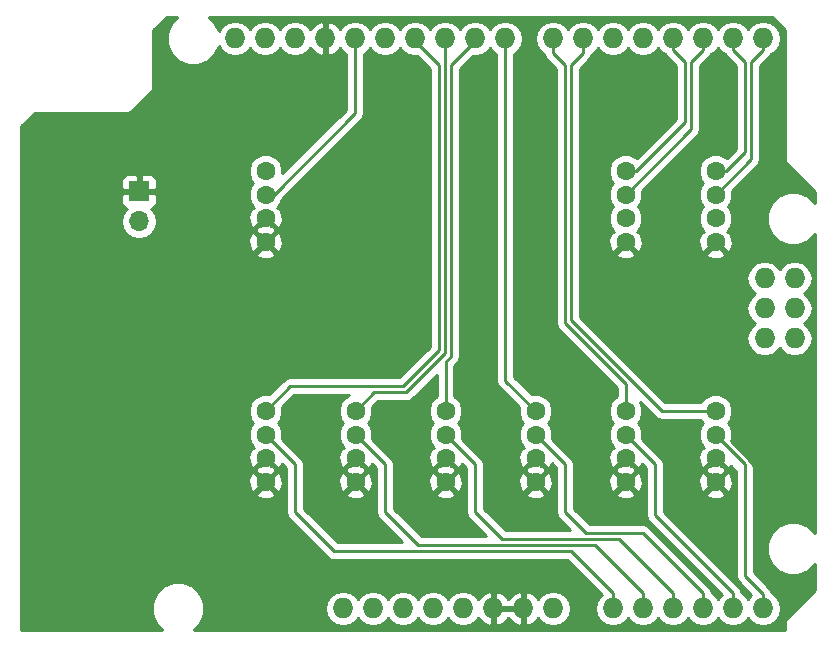
<source format=gbr>
G04 #@! TF.FileFunction,Copper,L1,Top,Signal*
%FSLAX46Y46*%
G04 Gerber Fmt 4.6, Leading zero omitted, Abs format (unit mm)*
G04 Created by KiCad (PCBNEW 4.0.7) date 08/10/18 15:52:15*
%MOMM*%
%LPD*%
G01*
G04 APERTURE LIST*
%ADD10C,0.100000*%
%ADD11O,1.727200X1.727200*%
%ADD12C,1.597660*%
%ADD13R,1.700000X1.700000*%
%ADD14O,1.700000X1.700000*%
%ADD15C,0.250000*%
%ADD16C,0.254000*%
G04 APERTURE END LIST*
D10*
D11*
X210439000Y-77216000D03*
X212979000Y-77216000D03*
X212979000Y-74676000D03*
X210439000Y-74676000D03*
X212979000Y-72136000D03*
X197612000Y-100076000D03*
X192532000Y-100076000D03*
X189992000Y-100076000D03*
X187452000Y-100076000D03*
X184912000Y-100076000D03*
X182372000Y-100076000D03*
X179832000Y-100076000D03*
X177292000Y-100076000D03*
X210312000Y-51816000D03*
X207772000Y-51816000D03*
X205232000Y-51816000D03*
X202692000Y-51816000D03*
X200152000Y-51816000D03*
X197612000Y-51816000D03*
X195072000Y-51816000D03*
X192532000Y-51816000D03*
X173228000Y-51816000D03*
X188468000Y-51816000D03*
X185928000Y-51816000D03*
X183388000Y-51816000D03*
X165608000Y-51816000D03*
X168148000Y-51816000D03*
X170688000Y-51816000D03*
X175768000Y-51816000D03*
X178308000Y-51816000D03*
X180848000Y-51816000D03*
X174752000Y-100076000D03*
X200152000Y-100076000D03*
X202692000Y-100076000D03*
X205232000Y-100076000D03*
X207772000Y-100076000D03*
X210312000Y-100076000D03*
X210439000Y-72136000D03*
D12*
X206288640Y-69039740D03*
X206288640Y-67038220D03*
X206288640Y-65041780D03*
X206288640Y-63040260D03*
X198668640Y-69039740D03*
X198668640Y-67038220D03*
X198668640Y-65041780D03*
X198668640Y-63040260D03*
X168188640Y-69039740D03*
X168188640Y-67038220D03*
X168188640Y-65041780D03*
X168188640Y-63040260D03*
X168188640Y-89359740D03*
X168188640Y-87358220D03*
X168188640Y-85361780D03*
X168188640Y-83360260D03*
X175808640Y-89359740D03*
X175808640Y-87358220D03*
X175808640Y-85361780D03*
X175808640Y-83360260D03*
X183428640Y-89359740D03*
X183428640Y-87358220D03*
X183428640Y-85361780D03*
X183428640Y-83360260D03*
X191048640Y-89359740D03*
X191048640Y-87358220D03*
X191048640Y-85361780D03*
X191048640Y-83360260D03*
X198668640Y-89359740D03*
X198668640Y-87358220D03*
X198668640Y-85361780D03*
X198668640Y-83360260D03*
X206288640Y-89359740D03*
X206288640Y-87358220D03*
X206288640Y-85361780D03*
X206288640Y-83360260D03*
D13*
X157480000Y-64770000D03*
D14*
X157480000Y-67310000D03*
D15*
X206288640Y-65041780D02*
X209296000Y-62034420D01*
X209296000Y-62034420D02*
X209296000Y-53848000D01*
X209296000Y-53848000D02*
X210312000Y-52832000D01*
X210312000Y-52832000D02*
X210312000Y-51816000D01*
X206288640Y-63040260D02*
X207215740Y-63040260D01*
X207215740Y-63040260D02*
X208788000Y-61468000D01*
X208788000Y-61468000D02*
X208788000Y-53848000D01*
X208788000Y-53848000D02*
X207772000Y-52832000D01*
X207772000Y-52832000D02*
X207772000Y-51816000D01*
X198668640Y-65041780D02*
X204216000Y-59494420D01*
X204216000Y-53848000D02*
X205232000Y-52832000D01*
X204216000Y-59494420D02*
X204216000Y-53848000D01*
X205232000Y-52832000D02*
X205232000Y-51816000D01*
X198668640Y-63040260D02*
X199595740Y-63040260D01*
X199595740Y-63040260D02*
X203708000Y-58928000D01*
X203708000Y-58928000D02*
X203708000Y-53848000D01*
X203708000Y-53848000D02*
X202692000Y-52832000D01*
X202692000Y-52832000D02*
X202692000Y-51816000D01*
X168188640Y-65041780D02*
X168892220Y-65041780D01*
X168892220Y-65041780D02*
X175768000Y-58166000D01*
X175768000Y-58166000D02*
X175768000Y-51816000D01*
X168188640Y-83360260D02*
X170268900Y-81280000D01*
X170268900Y-81280000D02*
X179832000Y-81280000D01*
X179832000Y-81280000D02*
X182880000Y-78232000D01*
X182880000Y-78232000D02*
X182880000Y-54102000D01*
X182880000Y-54102000D02*
X180848000Y-52070000D01*
X180848000Y-52070000D02*
X180848000Y-51816000D01*
X168188640Y-85361780D02*
X168188640Y-85384640D01*
X173990000Y-95250000D02*
X194056000Y-95250000D01*
X168188640Y-85384640D02*
X170688000Y-87884000D01*
X170688000Y-87884000D02*
X170688000Y-91948000D01*
X170688000Y-91948000D02*
X173990000Y-95250000D01*
X194056000Y-95250000D02*
X197612000Y-98806000D01*
X197612000Y-98806000D02*
X197612000Y-100076000D01*
X175808640Y-83360260D02*
X177380900Y-81788000D01*
X177380900Y-81788000D02*
X180086000Y-81788000D01*
X180086000Y-81788000D02*
X183388000Y-78486000D01*
X183388000Y-78486000D02*
X183388000Y-53037314D01*
X183388000Y-53037314D02*
X183388000Y-51816000D01*
X175808640Y-85361780D02*
X175808640Y-85384640D01*
X175808640Y-85384640D02*
X178308000Y-87884000D01*
X178308000Y-87884000D02*
X178308000Y-91948000D01*
X178308000Y-91948000D02*
X181102000Y-94742000D01*
X181102000Y-94742000D02*
X196088000Y-94742000D01*
X196088000Y-94742000D02*
X200152000Y-98806000D01*
X200152000Y-98806000D02*
X200152000Y-100076000D01*
X183428640Y-83360260D02*
X183428640Y-79207360D01*
X183428640Y-79207360D02*
X183896000Y-78740000D01*
X183896000Y-78740000D02*
X183896000Y-54102000D01*
X185928000Y-52070000D02*
X185928000Y-51816000D01*
X183896000Y-54102000D02*
X185928000Y-52070000D01*
X183428640Y-85361780D02*
X183428640Y-85384640D01*
X183428640Y-85384640D02*
X185928000Y-87884000D01*
X185928000Y-87884000D02*
X185928000Y-91948000D01*
X185928000Y-91948000D02*
X188214000Y-94234000D01*
X188214000Y-94234000D02*
X198120000Y-94234000D01*
X198120000Y-94234000D02*
X202692000Y-98806000D01*
X202692000Y-98806000D02*
X202692000Y-100076000D01*
X191048640Y-83360260D02*
X188468000Y-80779620D01*
X188468000Y-80779620D02*
X188468000Y-51816000D01*
X191048640Y-85361780D02*
X193548000Y-87861140D01*
X193548000Y-87861140D02*
X193548000Y-91948000D01*
X193548000Y-91948000D02*
X195326000Y-93726000D01*
X195326000Y-93726000D02*
X200152000Y-93726000D01*
X200152000Y-93726000D02*
X205232000Y-98806000D01*
X205232000Y-98806000D02*
X205232000Y-100076000D01*
X198668640Y-83360260D02*
X198668640Y-81066640D01*
X198668640Y-81066640D02*
X193548000Y-75946000D01*
X192532000Y-53086000D02*
X192532000Y-51816000D01*
X193548000Y-75946000D02*
X193548000Y-54102000D01*
X193548000Y-54102000D02*
X192532000Y-53086000D01*
X198668640Y-85361780D02*
X198668640Y-85384640D01*
X198668640Y-85384640D02*
X201168000Y-87884000D01*
X201168000Y-87884000D02*
X201168000Y-92202000D01*
X201168000Y-92202000D02*
X207772000Y-98806000D01*
X207772000Y-98806000D02*
X207772000Y-100076000D01*
X206288640Y-83360260D02*
X201724260Y-83360260D01*
X201724260Y-83360260D02*
X194056000Y-75692000D01*
X194056000Y-75692000D02*
X194056000Y-54053314D01*
X194056000Y-54053314D02*
X195072000Y-53037314D01*
X195072000Y-53037314D02*
X195072000Y-51816000D01*
X206288640Y-85361780D02*
X206288640Y-85384640D01*
X206288640Y-85384640D02*
X208788000Y-87884000D01*
X208788000Y-87884000D02*
X208788000Y-97330686D01*
X208788000Y-97330686D02*
X210312000Y-98854686D01*
X210312000Y-98854686D02*
X210312000Y-100076000D01*
D16*
G36*
X160158364Y-50548321D02*
X159817389Y-51369481D01*
X159816613Y-52258619D01*
X160156155Y-53080372D01*
X160784321Y-53709636D01*
X161605481Y-54050611D01*
X162494619Y-54051387D01*
X163316372Y-53711845D01*
X163945636Y-53083679D01*
X164218645Y-52426200D01*
X164518971Y-52875670D01*
X165005152Y-53200526D01*
X165578641Y-53314600D01*
X165637359Y-53314600D01*
X166210848Y-53200526D01*
X166697029Y-52875670D01*
X166878000Y-52604828D01*
X167058971Y-52875670D01*
X167545152Y-53200526D01*
X168118641Y-53314600D01*
X168177359Y-53314600D01*
X168750848Y-53200526D01*
X169237029Y-52875670D01*
X169418000Y-52604828D01*
X169598971Y-52875670D01*
X170085152Y-53200526D01*
X170658641Y-53314600D01*
X170717359Y-53314600D01*
X171290848Y-53200526D01*
X171777029Y-52875670D01*
X171957992Y-52604839D01*
X172339510Y-53022821D01*
X172868973Y-53270968D01*
X173101000Y-53150469D01*
X173101000Y-51943000D01*
X173081000Y-51943000D01*
X173081000Y-51689000D01*
X173101000Y-51689000D01*
X173101000Y-50481531D01*
X172868973Y-50361032D01*
X172339510Y-50609179D01*
X171957992Y-51027161D01*
X171777029Y-50756330D01*
X171290848Y-50431474D01*
X170717359Y-50317400D01*
X170658641Y-50317400D01*
X170085152Y-50431474D01*
X169598971Y-50756330D01*
X169418000Y-51027172D01*
X169237029Y-50756330D01*
X168750848Y-50431474D01*
X168177359Y-50317400D01*
X168118641Y-50317400D01*
X167545152Y-50431474D01*
X167058971Y-50756330D01*
X166878000Y-51027172D01*
X166697029Y-50756330D01*
X166210848Y-50431474D01*
X165637359Y-50317400D01*
X165578641Y-50317400D01*
X165005152Y-50431474D01*
X164518971Y-50756330D01*
X164218335Y-51206263D01*
X163947845Y-50551628D01*
X163383204Y-49986000D01*
X211033908Y-49986000D01*
X212142000Y-51094091D01*
X212142000Y-61976000D01*
X212196046Y-62247705D01*
X212349954Y-62478046D01*
X214682000Y-64810091D01*
X214682000Y-65725668D01*
X214119679Y-65162364D01*
X213298519Y-64821389D01*
X212409381Y-64820613D01*
X211587628Y-65160155D01*
X210958364Y-65788321D01*
X210617389Y-66609481D01*
X210616613Y-67498619D01*
X210956155Y-68320372D01*
X211584321Y-68949636D01*
X212405481Y-69290611D01*
X213294619Y-69291387D01*
X214116372Y-68951845D01*
X214682000Y-68387204D01*
X214682000Y-93665668D01*
X214119679Y-93102364D01*
X213298519Y-92761389D01*
X212409381Y-92760613D01*
X211587628Y-93100155D01*
X210958364Y-93728321D01*
X210617389Y-94549481D01*
X210616613Y-95438619D01*
X210956155Y-96260372D01*
X211584321Y-96889636D01*
X212405481Y-97230611D01*
X213294619Y-97231387D01*
X214116372Y-96891845D01*
X214682000Y-96327204D01*
X214682000Y-98511909D01*
X212349954Y-100843954D01*
X212196046Y-101074295D01*
X212142000Y-101346000D01*
X212142000Y-101906000D01*
X162112332Y-101906000D01*
X162675636Y-101343679D01*
X163016611Y-100522519D01*
X163017000Y-100076000D01*
X173224041Y-100076000D01*
X173338115Y-100649489D01*
X173662971Y-101135670D01*
X174149152Y-101460526D01*
X174722641Y-101574600D01*
X174781359Y-101574600D01*
X175354848Y-101460526D01*
X175841029Y-101135670D01*
X176022000Y-100864828D01*
X176202971Y-101135670D01*
X176689152Y-101460526D01*
X177262641Y-101574600D01*
X177321359Y-101574600D01*
X177894848Y-101460526D01*
X178381029Y-101135670D01*
X178562000Y-100864828D01*
X178742971Y-101135670D01*
X179229152Y-101460526D01*
X179802641Y-101574600D01*
X179861359Y-101574600D01*
X180434848Y-101460526D01*
X180921029Y-101135670D01*
X181102000Y-100864828D01*
X181282971Y-101135670D01*
X181769152Y-101460526D01*
X182342641Y-101574600D01*
X182401359Y-101574600D01*
X182974848Y-101460526D01*
X183461029Y-101135670D01*
X183642000Y-100864828D01*
X183822971Y-101135670D01*
X184309152Y-101460526D01*
X184882641Y-101574600D01*
X184941359Y-101574600D01*
X185514848Y-101460526D01*
X186001029Y-101135670D01*
X186181992Y-100864839D01*
X186563510Y-101282821D01*
X187092973Y-101530968D01*
X187325000Y-101410469D01*
X187325000Y-100203000D01*
X187579000Y-100203000D01*
X187579000Y-101410469D01*
X187811027Y-101530968D01*
X188340490Y-101282821D01*
X188722000Y-100864848D01*
X189103510Y-101282821D01*
X189632973Y-101530968D01*
X189865000Y-101410469D01*
X189865000Y-100203000D01*
X187579000Y-100203000D01*
X187325000Y-100203000D01*
X187305000Y-100203000D01*
X187305000Y-99949000D01*
X187325000Y-99949000D01*
X187325000Y-98741531D01*
X187579000Y-98741531D01*
X187579000Y-99949000D01*
X189865000Y-99949000D01*
X189865000Y-98741531D01*
X190119000Y-98741531D01*
X190119000Y-99949000D01*
X190139000Y-99949000D01*
X190139000Y-100203000D01*
X190119000Y-100203000D01*
X190119000Y-101410469D01*
X190351027Y-101530968D01*
X190880490Y-101282821D01*
X191262008Y-100864839D01*
X191442971Y-101135670D01*
X191929152Y-101460526D01*
X192502641Y-101574600D01*
X192561359Y-101574600D01*
X193134848Y-101460526D01*
X193621029Y-101135670D01*
X193945885Y-100649489D01*
X194059959Y-100076000D01*
X193945885Y-99502511D01*
X193621029Y-99016330D01*
X193134848Y-98691474D01*
X192561359Y-98577400D01*
X192502641Y-98577400D01*
X191929152Y-98691474D01*
X191442971Y-99016330D01*
X191262008Y-99287161D01*
X190880490Y-98869179D01*
X190351027Y-98621032D01*
X190119000Y-98741531D01*
X189865000Y-98741531D01*
X189632973Y-98621032D01*
X189103510Y-98869179D01*
X188722000Y-99287152D01*
X188340490Y-98869179D01*
X187811027Y-98621032D01*
X187579000Y-98741531D01*
X187325000Y-98741531D01*
X187092973Y-98621032D01*
X186563510Y-98869179D01*
X186181992Y-99287161D01*
X186001029Y-99016330D01*
X185514848Y-98691474D01*
X184941359Y-98577400D01*
X184882641Y-98577400D01*
X184309152Y-98691474D01*
X183822971Y-99016330D01*
X183642000Y-99287172D01*
X183461029Y-99016330D01*
X182974848Y-98691474D01*
X182401359Y-98577400D01*
X182342641Y-98577400D01*
X181769152Y-98691474D01*
X181282971Y-99016330D01*
X181102000Y-99287172D01*
X180921029Y-99016330D01*
X180434848Y-98691474D01*
X179861359Y-98577400D01*
X179802641Y-98577400D01*
X179229152Y-98691474D01*
X178742971Y-99016330D01*
X178562000Y-99287172D01*
X178381029Y-99016330D01*
X177894848Y-98691474D01*
X177321359Y-98577400D01*
X177262641Y-98577400D01*
X176689152Y-98691474D01*
X176202971Y-99016330D01*
X176022000Y-99287172D01*
X175841029Y-99016330D01*
X175354848Y-98691474D01*
X174781359Y-98577400D01*
X174722641Y-98577400D01*
X174149152Y-98691474D01*
X173662971Y-99016330D01*
X173338115Y-99502511D01*
X173224041Y-100076000D01*
X163017000Y-100076000D01*
X163017387Y-99633381D01*
X162677845Y-98811628D01*
X162049679Y-98182364D01*
X161228519Y-97841389D01*
X160339381Y-97840613D01*
X159517628Y-98180155D01*
X158888364Y-98808321D01*
X158547389Y-99629481D01*
X158546613Y-100518619D01*
X158886155Y-101340372D01*
X159450796Y-101906000D01*
X147522000Y-101906000D01*
X147522000Y-90366637D01*
X167361348Y-90366637D01*
X167435339Y-90612635D01*
X167972142Y-90805540D01*
X168541906Y-90778336D01*
X168941941Y-90612635D01*
X169015932Y-90366637D01*
X168188640Y-89539345D01*
X167361348Y-90366637D01*
X147522000Y-90366637D01*
X147522000Y-89143242D01*
X166742840Y-89143242D01*
X166770044Y-89713006D01*
X166935745Y-90113041D01*
X167181743Y-90187032D01*
X168009035Y-89359740D01*
X168368245Y-89359740D01*
X169195537Y-90187032D01*
X169441535Y-90113041D01*
X169634440Y-89576238D01*
X169607236Y-89006474D01*
X169441535Y-88606439D01*
X169195537Y-88532448D01*
X168368245Y-89359740D01*
X168009035Y-89359740D01*
X167181743Y-88532448D01*
X166935745Y-88606439D01*
X166742840Y-89143242D01*
X147522000Y-89143242D01*
X147522000Y-88352843D01*
X167361348Y-88352843D01*
X167367485Y-88358980D01*
X167361348Y-88365117D01*
X167435339Y-88611115D01*
X167722990Y-88714485D01*
X168188640Y-89180135D01*
X168627352Y-88741423D01*
X168941941Y-88611115D01*
X169015932Y-88365117D01*
X169009795Y-88358980D01*
X169015932Y-88352843D01*
X168941941Y-88106845D01*
X168654290Y-88003475D01*
X168188640Y-87537825D01*
X167749928Y-87976537D01*
X167435339Y-88106845D01*
X167361348Y-88352843D01*
X147522000Y-88352843D01*
X147522000Y-70046637D01*
X167361348Y-70046637D01*
X167435339Y-70292635D01*
X167972142Y-70485540D01*
X168541906Y-70458336D01*
X168941941Y-70292635D01*
X169015932Y-70046637D01*
X168188640Y-69219345D01*
X167361348Y-70046637D01*
X147522000Y-70046637D01*
X147522000Y-68823242D01*
X166742840Y-68823242D01*
X166770044Y-69393006D01*
X166935745Y-69793041D01*
X167181743Y-69867032D01*
X168009035Y-69039740D01*
X168368245Y-69039740D01*
X169195537Y-69867032D01*
X169441535Y-69793041D01*
X169634440Y-69256238D01*
X169607236Y-68686474D01*
X169441535Y-68286439D01*
X169195537Y-68212448D01*
X168368245Y-69039740D01*
X168009035Y-69039740D01*
X167181743Y-68212448D01*
X166935745Y-68286439D01*
X166742840Y-68823242D01*
X147522000Y-68823242D01*
X147522000Y-67310000D01*
X155965907Y-67310000D01*
X156078946Y-67878285D01*
X156400853Y-68360054D01*
X156882622Y-68681961D01*
X157450907Y-68795000D01*
X157509093Y-68795000D01*
X158077378Y-68681961D01*
X158559147Y-68360054D01*
X158777781Y-68032843D01*
X167361348Y-68032843D01*
X167367485Y-68038980D01*
X167361348Y-68045117D01*
X167435339Y-68291115D01*
X167722990Y-68394485D01*
X168188640Y-68860135D01*
X168627352Y-68421423D01*
X168941941Y-68291115D01*
X169015932Y-68045117D01*
X169009795Y-68038980D01*
X169015932Y-68032843D01*
X168941941Y-67786845D01*
X168654290Y-67683475D01*
X168188640Y-67217825D01*
X167749928Y-67656537D01*
X167435339Y-67786845D01*
X167361348Y-68032843D01*
X158777781Y-68032843D01*
X158881054Y-67878285D01*
X158994093Y-67310000D01*
X158896969Y-66821722D01*
X166742840Y-66821722D01*
X166770044Y-67391486D01*
X166935745Y-67791521D01*
X167181743Y-67865512D01*
X168009035Y-67038220D01*
X167994893Y-67024078D01*
X168174498Y-66844473D01*
X168188640Y-66858615D01*
X168202783Y-66844473D01*
X168382388Y-67024078D01*
X168368245Y-67038220D01*
X169195537Y-67865512D01*
X169441535Y-67791521D01*
X169634440Y-67254718D01*
X169607236Y-66684954D01*
X169441535Y-66284919D01*
X169195539Y-66210929D01*
X169310418Y-66096050D01*
X169236295Y-66021927D01*
X169403473Y-65855040D01*
X169580790Y-65428012D01*
X176305401Y-58703401D01*
X176470148Y-58456840D01*
X176528000Y-58166000D01*
X176528000Y-53095520D01*
X176857029Y-52875670D01*
X177038000Y-52604828D01*
X177218971Y-52875670D01*
X177705152Y-53200526D01*
X178278641Y-53314600D01*
X178337359Y-53314600D01*
X178910848Y-53200526D01*
X179397029Y-52875670D01*
X179578000Y-52604828D01*
X179758971Y-52875670D01*
X180245152Y-53200526D01*
X180818641Y-53314600D01*
X180877359Y-53314600D01*
X180994498Y-53291300D01*
X182120000Y-54416802D01*
X182120000Y-77917198D01*
X179517198Y-80520000D01*
X170268900Y-80520000D01*
X169978061Y-80577852D01*
X169731499Y-80742599D01*
X168526199Y-81947899D01*
X168475098Y-81926680D01*
X167904685Y-81926182D01*
X167377502Y-82144010D01*
X166973807Y-82547000D01*
X166755060Y-83073802D01*
X166754562Y-83644215D01*
X166972390Y-84171398D01*
X167161658Y-84360997D01*
X166973807Y-84548520D01*
X166755060Y-85075322D01*
X166754562Y-85645735D01*
X166972390Y-86172918D01*
X167141044Y-86341868D01*
X167066862Y-86416050D01*
X167181741Y-86530929D01*
X166935745Y-86604919D01*
X166742840Y-87141722D01*
X166770044Y-87711486D01*
X166935745Y-88111521D01*
X167181743Y-88185512D01*
X168009035Y-87358220D01*
X167994893Y-87344078D01*
X168174498Y-87164473D01*
X168188640Y-87178615D01*
X168202783Y-87164473D01*
X168382388Y-87344078D01*
X168368245Y-87358220D01*
X169195537Y-88185512D01*
X169441535Y-88111521D01*
X169547063Y-87817865D01*
X169928000Y-88198802D01*
X169928000Y-91948000D01*
X169985852Y-92238839D01*
X170150599Y-92485401D01*
X173452599Y-95787401D01*
X173699160Y-95952148D01*
X173990000Y-96010000D01*
X193741198Y-96010000D01*
X196657583Y-98926385D01*
X196522971Y-99016330D01*
X196198115Y-99502511D01*
X196084041Y-100076000D01*
X196198115Y-100649489D01*
X196522971Y-101135670D01*
X197009152Y-101460526D01*
X197582641Y-101574600D01*
X197641359Y-101574600D01*
X198214848Y-101460526D01*
X198701029Y-101135670D01*
X198882000Y-100864828D01*
X199062971Y-101135670D01*
X199549152Y-101460526D01*
X200122641Y-101574600D01*
X200181359Y-101574600D01*
X200754848Y-101460526D01*
X201241029Y-101135670D01*
X201422000Y-100864828D01*
X201602971Y-101135670D01*
X202089152Y-101460526D01*
X202662641Y-101574600D01*
X202721359Y-101574600D01*
X203294848Y-101460526D01*
X203781029Y-101135670D01*
X203962000Y-100864828D01*
X204142971Y-101135670D01*
X204629152Y-101460526D01*
X205202641Y-101574600D01*
X205261359Y-101574600D01*
X205834848Y-101460526D01*
X206321029Y-101135670D01*
X206502000Y-100864828D01*
X206682971Y-101135670D01*
X207169152Y-101460526D01*
X207742641Y-101574600D01*
X207801359Y-101574600D01*
X208374848Y-101460526D01*
X208861029Y-101135670D01*
X209042000Y-100864828D01*
X209222971Y-101135670D01*
X209709152Y-101460526D01*
X210282641Y-101574600D01*
X210341359Y-101574600D01*
X210914848Y-101460526D01*
X211401029Y-101135670D01*
X211725885Y-100649489D01*
X211839959Y-100076000D01*
X211725885Y-99502511D01*
X211401029Y-99016330D01*
X211058647Y-98787558D01*
X211014148Y-98563847D01*
X211014148Y-98563846D01*
X210849401Y-98317285D01*
X209548000Y-97015884D01*
X209548000Y-88194309D01*
X209490148Y-87903470D01*
X209325401Y-87656908D01*
X207603248Y-85934755D01*
X207722220Y-85648238D01*
X207722718Y-85077825D01*
X207504890Y-84550642D01*
X207315622Y-84361043D01*
X207503473Y-84173520D01*
X207722220Y-83646718D01*
X207722718Y-83076305D01*
X207504890Y-82549122D01*
X207101900Y-82145427D01*
X206575098Y-81926680D01*
X206004685Y-81926182D01*
X205477502Y-82144010D01*
X205073807Y-82547000D01*
X205051692Y-82600260D01*
X202039062Y-82600260D01*
X194816000Y-75377198D01*
X194816000Y-72136000D01*
X208911041Y-72136000D01*
X209025115Y-72709489D01*
X209349971Y-73195670D01*
X209664752Y-73406000D01*
X209349971Y-73616330D01*
X209025115Y-74102511D01*
X208911041Y-74676000D01*
X209025115Y-75249489D01*
X209349971Y-75735670D01*
X209664752Y-75946000D01*
X209349971Y-76156330D01*
X209025115Y-76642511D01*
X208911041Y-77216000D01*
X209025115Y-77789489D01*
X209349971Y-78275670D01*
X209836152Y-78600526D01*
X210409641Y-78714600D01*
X210468359Y-78714600D01*
X211041848Y-78600526D01*
X211528029Y-78275670D01*
X211709000Y-78004828D01*
X211889971Y-78275670D01*
X212376152Y-78600526D01*
X212949641Y-78714600D01*
X213008359Y-78714600D01*
X213581848Y-78600526D01*
X214068029Y-78275670D01*
X214392885Y-77789489D01*
X214506959Y-77216000D01*
X214392885Y-76642511D01*
X214068029Y-76156330D01*
X213753248Y-75946000D01*
X214068029Y-75735670D01*
X214392885Y-75249489D01*
X214506959Y-74676000D01*
X214392885Y-74102511D01*
X214068029Y-73616330D01*
X213753248Y-73406000D01*
X214068029Y-73195670D01*
X214392885Y-72709489D01*
X214506959Y-72136000D01*
X214392885Y-71562511D01*
X214068029Y-71076330D01*
X213581848Y-70751474D01*
X213008359Y-70637400D01*
X212949641Y-70637400D01*
X212376152Y-70751474D01*
X211889971Y-71076330D01*
X211709000Y-71347172D01*
X211528029Y-71076330D01*
X211041848Y-70751474D01*
X210468359Y-70637400D01*
X210409641Y-70637400D01*
X209836152Y-70751474D01*
X209349971Y-71076330D01*
X209025115Y-71562511D01*
X208911041Y-72136000D01*
X194816000Y-72136000D01*
X194816000Y-70046637D01*
X197841348Y-70046637D01*
X197915339Y-70292635D01*
X198452142Y-70485540D01*
X199021906Y-70458336D01*
X199421941Y-70292635D01*
X199495932Y-70046637D01*
X205461348Y-70046637D01*
X205535339Y-70292635D01*
X206072142Y-70485540D01*
X206641906Y-70458336D01*
X207041941Y-70292635D01*
X207115932Y-70046637D01*
X206288640Y-69219345D01*
X205461348Y-70046637D01*
X199495932Y-70046637D01*
X198668640Y-69219345D01*
X197841348Y-70046637D01*
X194816000Y-70046637D01*
X194816000Y-54368116D01*
X195609401Y-53574715D01*
X195774148Y-53328153D01*
X195818647Y-53104442D01*
X196161029Y-52875670D01*
X196342000Y-52604828D01*
X196522971Y-52875670D01*
X197009152Y-53200526D01*
X197582641Y-53314600D01*
X197641359Y-53314600D01*
X198214848Y-53200526D01*
X198701029Y-52875670D01*
X198882000Y-52604828D01*
X199062971Y-52875670D01*
X199549152Y-53200526D01*
X200122641Y-53314600D01*
X200181359Y-53314600D01*
X200754848Y-53200526D01*
X201241029Y-52875670D01*
X201422000Y-52604828D01*
X201602971Y-52875670D01*
X202003537Y-53143320D01*
X202154599Y-53369401D01*
X202948000Y-54162802D01*
X202948000Y-58613198D01*
X199608725Y-61952473D01*
X199481900Y-61825427D01*
X198955098Y-61606680D01*
X198384685Y-61606182D01*
X197857502Y-61824010D01*
X197453807Y-62227000D01*
X197235060Y-62753802D01*
X197234562Y-63324215D01*
X197452390Y-63851398D01*
X197641658Y-64040997D01*
X197453807Y-64228520D01*
X197235060Y-64755322D01*
X197234562Y-65325735D01*
X197452390Y-65852918D01*
X197639118Y-66039973D01*
X197453807Y-66224960D01*
X197235060Y-66751762D01*
X197234562Y-67322175D01*
X197452390Y-67849358D01*
X197623582Y-68020850D01*
X197546862Y-68097570D01*
X197661741Y-68212449D01*
X197415745Y-68286439D01*
X197222840Y-68823242D01*
X197250044Y-69393006D01*
X197415745Y-69793041D01*
X197661743Y-69867032D01*
X198489035Y-69039740D01*
X198474893Y-69025598D01*
X198654498Y-68845993D01*
X198668640Y-68860135D01*
X198682783Y-68845993D01*
X198862388Y-69025598D01*
X198848245Y-69039740D01*
X199675537Y-69867032D01*
X199921535Y-69793041D01*
X200114440Y-69256238D01*
X200087236Y-68686474D01*
X199921535Y-68286439D01*
X199675539Y-68212449D01*
X199790418Y-68097570D01*
X199713752Y-68020904D01*
X199883473Y-67851480D01*
X200102220Y-67324678D01*
X200102718Y-66754265D01*
X199884890Y-66227082D01*
X199698162Y-66040027D01*
X199883473Y-65855040D01*
X200102220Y-65328238D01*
X200102718Y-64757825D01*
X200080695Y-64704527D01*
X204753401Y-60031821D01*
X204918148Y-59785259D01*
X204976000Y-59494420D01*
X204976000Y-54162802D01*
X205769401Y-53369401D01*
X205920463Y-53143320D01*
X206321029Y-52875670D01*
X206502000Y-52604828D01*
X206682971Y-52875670D01*
X207083537Y-53143320D01*
X207234599Y-53369401D01*
X208028000Y-54162802D01*
X208028000Y-61153198D01*
X207228725Y-61952473D01*
X207101900Y-61825427D01*
X206575098Y-61606680D01*
X206004685Y-61606182D01*
X205477502Y-61824010D01*
X205073807Y-62227000D01*
X204855060Y-62753802D01*
X204854562Y-63324215D01*
X205072390Y-63851398D01*
X205261658Y-64040997D01*
X205073807Y-64228520D01*
X204855060Y-64755322D01*
X204854562Y-65325735D01*
X205072390Y-65852918D01*
X205259118Y-66039973D01*
X205073807Y-66224960D01*
X204855060Y-66751762D01*
X204854562Y-67322175D01*
X205072390Y-67849358D01*
X205243582Y-68020850D01*
X205166862Y-68097570D01*
X205281741Y-68212449D01*
X205035745Y-68286439D01*
X204842840Y-68823242D01*
X204870044Y-69393006D01*
X205035745Y-69793041D01*
X205281743Y-69867032D01*
X206109035Y-69039740D01*
X206094893Y-69025598D01*
X206274498Y-68845993D01*
X206288640Y-68860135D01*
X206302783Y-68845993D01*
X206482388Y-69025598D01*
X206468245Y-69039740D01*
X207295537Y-69867032D01*
X207541535Y-69793041D01*
X207734440Y-69256238D01*
X207707236Y-68686474D01*
X207541535Y-68286439D01*
X207295539Y-68212449D01*
X207410418Y-68097570D01*
X207333752Y-68020904D01*
X207503473Y-67851480D01*
X207722220Y-67324678D01*
X207722718Y-66754265D01*
X207504890Y-66227082D01*
X207318162Y-66040027D01*
X207503473Y-65855040D01*
X207722220Y-65328238D01*
X207722718Y-64757825D01*
X207700695Y-64704527D01*
X209833401Y-62571821D01*
X209998148Y-62325260D01*
X210056000Y-62034420D01*
X210056000Y-54162802D01*
X210849401Y-53369401D01*
X211000463Y-53143320D01*
X211401029Y-52875670D01*
X211725885Y-52389489D01*
X211839959Y-51816000D01*
X211725885Y-51242511D01*
X211401029Y-50756330D01*
X210914848Y-50431474D01*
X210341359Y-50317400D01*
X210282641Y-50317400D01*
X209709152Y-50431474D01*
X209222971Y-50756330D01*
X209042000Y-51027172D01*
X208861029Y-50756330D01*
X208374848Y-50431474D01*
X207801359Y-50317400D01*
X207742641Y-50317400D01*
X207169152Y-50431474D01*
X206682971Y-50756330D01*
X206502000Y-51027172D01*
X206321029Y-50756330D01*
X205834848Y-50431474D01*
X205261359Y-50317400D01*
X205202641Y-50317400D01*
X204629152Y-50431474D01*
X204142971Y-50756330D01*
X203962000Y-51027172D01*
X203781029Y-50756330D01*
X203294848Y-50431474D01*
X202721359Y-50317400D01*
X202662641Y-50317400D01*
X202089152Y-50431474D01*
X201602971Y-50756330D01*
X201422000Y-51027172D01*
X201241029Y-50756330D01*
X200754848Y-50431474D01*
X200181359Y-50317400D01*
X200122641Y-50317400D01*
X199549152Y-50431474D01*
X199062971Y-50756330D01*
X198882000Y-51027172D01*
X198701029Y-50756330D01*
X198214848Y-50431474D01*
X197641359Y-50317400D01*
X197582641Y-50317400D01*
X197009152Y-50431474D01*
X196522971Y-50756330D01*
X196342000Y-51027172D01*
X196161029Y-50756330D01*
X195674848Y-50431474D01*
X195101359Y-50317400D01*
X195042641Y-50317400D01*
X194469152Y-50431474D01*
X193982971Y-50756330D01*
X193802000Y-51027172D01*
X193621029Y-50756330D01*
X193134848Y-50431474D01*
X192561359Y-50317400D01*
X192502641Y-50317400D01*
X191929152Y-50431474D01*
X191442971Y-50756330D01*
X191118115Y-51242511D01*
X191004041Y-51816000D01*
X191118115Y-52389489D01*
X191442971Y-52875670D01*
X191774184Y-53096980D01*
X191829852Y-53376839D01*
X191994599Y-53623401D01*
X192788000Y-54416802D01*
X192788000Y-75946000D01*
X192845852Y-76236839D01*
X193010599Y-76483401D01*
X197908640Y-81381442D01*
X197908640Y-82122880D01*
X197857502Y-82144010D01*
X197453807Y-82547000D01*
X197235060Y-83073802D01*
X197234562Y-83644215D01*
X197452390Y-84171398D01*
X197641658Y-84360997D01*
X197453807Y-84548520D01*
X197235060Y-85075322D01*
X197234562Y-85645735D01*
X197452390Y-86172918D01*
X197621044Y-86341868D01*
X197546862Y-86416050D01*
X197661741Y-86530929D01*
X197415745Y-86604919D01*
X197222840Y-87141722D01*
X197250044Y-87711486D01*
X197415745Y-88111521D01*
X197661743Y-88185512D01*
X198489035Y-87358220D01*
X198474893Y-87344078D01*
X198654498Y-87164473D01*
X198668640Y-87178615D01*
X198682783Y-87164473D01*
X198862388Y-87344078D01*
X198848245Y-87358220D01*
X199675537Y-88185512D01*
X199921535Y-88111521D01*
X200027063Y-87817865D01*
X200408000Y-88198802D01*
X200408000Y-92202000D01*
X200465852Y-92492839D01*
X200630599Y-92739401D01*
X206817583Y-98926385D01*
X206682971Y-99016330D01*
X206502000Y-99287172D01*
X206321029Y-99016330D01*
X205989816Y-98795020D01*
X205934148Y-98515161D01*
X205769401Y-98268599D01*
X200689401Y-93188599D01*
X200442839Y-93023852D01*
X200152000Y-92966000D01*
X195640802Y-92966000D01*
X194308000Y-91633198D01*
X194308000Y-90366637D01*
X197841348Y-90366637D01*
X197915339Y-90612635D01*
X198452142Y-90805540D01*
X199021906Y-90778336D01*
X199421941Y-90612635D01*
X199495932Y-90366637D01*
X198668640Y-89539345D01*
X197841348Y-90366637D01*
X194308000Y-90366637D01*
X194308000Y-89143242D01*
X197222840Y-89143242D01*
X197250044Y-89713006D01*
X197415745Y-90113041D01*
X197661743Y-90187032D01*
X198489035Y-89359740D01*
X198848245Y-89359740D01*
X199675537Y-90187032D01*
X199921535Y-90113041D01*
X200114440Y-89576238D01*
X200087236Y-89006474D01*
X199921535Y-88606439D01*
X199675537Y-88532448D01*
X198848245Y-89359740D01*
X198489035Y-89359740D01*
X197661743Y-88532448D01*
X197415745Y-88606439D01*
X197222840Y-89143242D01*
X194308000Y-89143242D01*
X194308000Y-88352843D01*
X197841348Y-88352843D01*
X197847485Y-88358980D01*
X197841348Y-88365117D01*
X197915339Y-88611115D01*
X198202990Y-88714485D01*
X198668640Y-89180135D01*
X199107352Y-88741423D01*
X199421941Y-88611115D01*
X199495932Y-88365117D01*
X199489795Y-88358980D01*
X199495932Y-88352843D01*
X199421941Y-88106845D01*
X199134290Y-88003475D01*
X198668640Y-87537825D01*
X198229928Y-87976537D01*
X197915339Y-88106845D01*
X197841348Y-88352843D01*
X194308000Y-88352843D01*
X194308000Y-87861140D01*
X194250148Y-87570301D01*
X194085401Y-87323739D01*
X192461001Y-85699339D01*
X192482220Y-85648238D01*
X192482718Y-85077825D01*
X192264890Y-84550642D01*
X192075622Y-84361043D01*
X192263473Y-84173520D01*
X192482220Y-83646718D01*
X192482718Y-83076305D01*
X192264890Y-82549122D01*
X191861900Y-82145427D01*
X191335098Y-81926680D01*
X190764685Y-81926182D01*
X190711387Y-81948205D01*
X189228000Y-80464818D01*
X189228000Y-53095520D01*
X189557029Y-52875670D01*
X189881885Y-52389489D01*
X189995959Y-51816000D01*
X189881885Y-51242511D01*
X189557029Y-50756330D01*
X189070848Y-50431474D01*
X188497359Y-50317400D01*
X188438641Y-50317400D01*
X187865152Y-50431474D01*
X187378971Y-50756330D01*
X187198000Y-51027172D01*
X187017029Y-50756330D01*
X186530848Y-50431474D01*
X185957359Y-50317400D01*
X185898641Y-50317400D01*
X185325152Y-50431474D01*
X184838971Y-50756330D01*
X184658000Y-51027172D01*
X184477029Y-50756330D01*
X183990848Y-50431474D01*
X183417359Y-50317400D01*
X183358641Y-50317400D01*
X182785152Y-50431474D01*
X182298971Y-50756330D01*
X182118000Y-51027172D01*
X181937029Y-50756330D01*
X181450848Y-50431474D01*
X180877359Y-50317400D01*
X180818641Y-50317400D01*
X180245152Y-50431474D01*
X179758971Y-50756330D01*
X179578000Y-51027172D01*
X179397029Y-50756330D01*
X178910848Y-50431474D01*
X178337359Y-50317400D01*
X178278641Y-50317400D01*
X177705152Y-50431474D01*
X177218971Y-50756330D01*
X177038000Y-51027172D01*
X176857029Y-50756330D01*
X176370848Y-50431474D01*
X175797359Y-50317400D01*
X175738641Y-50317400D01*
X175165152Y-50431474D01*
X174678971Y-50756330D01*
X174498008Y-51027161D01*
X174116490Y-50609179D01*
X173587027Y-50361032D01*
X173355000Y-50481531D01*
X173355000Y-51689000D01*
X173375000Y-51689000D01*
X173375000Y-51943000D01*
X173355000Y-51943000D01*
X173355000Y-53150469D01*
X173587027Y-53270968D01*
X174116490Y-53022821D01*
X174498008Y-52604839D01*
X174678971Y-52875670D01*
X175008000Y-53095520D01*
X175008000Y-57851198D01*
X169622298Y-63236900D01*
X169622718Y-62756305D01*
X169404890Y-62229122D01*
X169001900Y-61825427D01*
X168475098Y-61606680D01*
X167904685Y-61606182D01*
X167377502Y-61824010D01*
X166973807Y-62227000D01*
X166755060Y-62753802D01*
X166754562Y-63324215D01*
X166972390Y-63851398D01*
X167161658Y-64040997D01*
X166973807Y-64228520D01*
X166755060Y-64755322D01*
X166754562Y-65325735D01*
X166972390Y-65852918D01*
X167141044Y-66021868D01*
X167066862Y-66096050D01*
X167181741Y-66210929D01*
X166935745Y-66284919D01*
X166742840Y-66821722D01*
X158896969Y-66821722D01*
X158881054Y-66741715D01*
X158559147Y-66259946D01*
X158515223Y-66230597D01*
X158689698Y-66158327D01*
X158868327Y-65979699D01*
X158965000Y-65746310D01*
X158965000Y-65055750D01*
X158806250Y-64897000D01*
X157607000Y-64897000D01*
X157607000Y-64917000D01*
X157353000Y-64917000D01*
X157353000Y-64897000D01*
X156153750Y-64897000D01*
X155995000Y-65055750D01*
X155995000Y-65746310D01*
X156091673Y-65979699D01*
X156270302Y-66158327D01*
X156444777Y-66230597D01*
X156400853Y-66259946D01*
X156078946Y-66741715D01*
X155965907Y-67310000D01*
X147522000Y-67310000D01*
X147522000Y-63793690D01*
X155995000Y-63793690D01*
X155995000Y-64484250D01*
X156153750Y-64643000D01*
X157353000Y-64643000D01*
X157353000Y-63443750D01*
X157607000Y-63443750D01*
X157607000Y-64643000D01*
X158806250Y-64643000D01*
X158965000Y-64484250D01*
X158965000Y-63793690D01*
X158868327Y-63560301D01*
X158689698Y-63381673D01*
X158456309Y-63285000D01*
X157765750Y-63285000D01*
X157607000Y-63443750D01*
X157353000Y-63443750D01*
X157194250Y-63285000D01*
X156503691Y-63285000D01*
X156270302Y-63381673D01*
X156091673Y-63560301D01*
X155995000Y-63793690D01*
X147522000Y-63793690D01*
X147522000Y-59222092D01*
X148630091Y-58114000D01*
X156464000Y-58114000D01*
X156735705Y-58059954D01*
X156966046Y-57906046D01*
X158490043Y-56382048D01*
X158490046Y-56382046D01*
X158643954Y-56151705D01*
X158698000Y-55880000D01*
X158698000Y-51094092D01*
X159806091Y-49986000D01*
X160721668Y-49986000D01*
X160158364Y-50548321D01*
X160158364Y-50548321D01*
G37*
X160158364Y-50548321D02*
X159817389Y-51369481D01*
X159816613Y-52258619D01*
X160156155Y-53080372D01*
X160784321Y-53709636D01*
X161605481Y-54050611D01*
X162494619Y-54051387D01*
X163316372Y-53711845D01*
X163945636Y-53083679D01*
X164218645Y-52426200D01*
X164518971Y-52875670D01*
X165005152Y-53200526D01*
X165578641Y-53314600D01*
X165637359Y-53314600D01*
X166210848Y-53200526D01*
X166697029Y-52875670D01*
X166878000Y-52604828D01*
X167058971Y-52875670D01*
X167545152Y-53200526D01*
X168118641Y-53314600D01*
X168177359Y-53314600D01*
X168750848Y-53200526D01*
X169237029Y-52875670D01*
X169418000Y-52604828D01*
X169598971Y-52875670D01*
X170085152Y-53200526D01*
X170658641Y-53314600D01*
X170717359Y-53314600D01*
X171290848Y-53200526D01*
X171777029Y-52875670D01*
X171957992Y-52604839D01*
X172339510Y-53022821D01*
X172868973Y-53270968D01*
X173101000Y-53150469D01*
X173101000Y-51943000D01*
X173081000Y-51943000D01*
X173081000Y-51689000D01*
X173101000Y-51689000D01*
X173101000Y-50481531D01*
X172868973Y-50361032D01*
X172339510Y-50609179D01*
X171957992Y-51027161D01*
X171777029Y-50756330D01*
X171290848Y-50431474D01*
X170717359Y-50317400D01*
X170658641Y-50317400D01*
X170085152Y-50431474D01*
X169598971Y-50756330D01*
X169418000Y-51027172D01*
X169237029Y-50756330D01*
X168750848Y-50431474D01*
X168177359Y-50317400D01*
X168118641Y-50317400D01*
X167545152Y-50431474D01*
X167058971Y-50756330D01*
X166878000Y-51027172D01*
X166697029Y-50756330D01*
X166210848Y-50431474D01*
X165637359Y-50317400D01*
X165578641Y-50317400D01*
X165005152Y-50431474D01*
X164518971Y-50756330D01*
X164218335Y-51206263D01*
X163947845Y-50551628D01*
X163383204Y-49986000D01*
X211033908Y-49986000D01*
X212142000Y-51094091D01*
X212142000Y-61976000D01*
X212196046Y-62247705D01*
X212349954Y-62478046D01*
X214682000Y-64810091D01*
X214682000Y-65725668D01*
X214119679Y-65162364D01*
X213298519Y-64821389D01*
X212409381Y-64820613D01*
X211587628Y-65160155D01*
X210958364Y-65788321D01*
X210617389Y-66609481D01*
X210616613Y-67498619D01*
X210956155Y-68320372D01*
X211584321Y-68949636D01*
X212405481Y-69290611D01*
X213294619Y-69291387D01*
X214116372Y-68951845D01*
X214682000Y-68387204D01*
X214682000Y-93665668D01*
X214119679Y-93102364D01*
X213298519Y-92761389D01*
X212409381Y-92760613D01*
X211587628Y-93100155D01*
X210958364Y-93728321D01*
X210617389Y-94549481D01*
X210616613Y-95438619D01*
X210956155Y-96260372D01*
X211584321Y-96889636D01*
X212405481Y-97230611D01*
X213294619Y-97231387D01*
X214116372Y-96891845D01*
X214682000Y-96327204D01*
X214682000Y-98511909D01*
X212349954Y-100843954D01*
X212196046Y-101074295D01*
X212142000Y-101346000D01*
X212142000Y-101906000D01*
X162112332Y-101906000D01*
X162675636Y-101343679D01*
X163016611Y-100522519D01*
X163017000Y-100076000D01*
X173224041Y-100076000D01*
X173338115Y-100649489D01*
X173662971Y-101135670D01*
X174149152Y-101460526D01*
X174722641Y-101574600D01*
X174781359Y-101574600D01*
X175354848Y-101460526D01*
X175841029Y-101135670D01*
X176022000Y-100864828D01*
X176202971Y-101135670D01*
X176689152Y-101460526D01*
X177262641Y-101574600D01*
X177321359Y-101574600D01*
X177894848Y-101460526D01*
X178381029Y-101135670D01*
X178562000Y-100864828D01*
X178742971Y-101135670D01*
X179229152Y-101460526D01*
X179802641Y-101574600D01*
X179861359Y-101574600D01*
X180434848Y-101460526D01*
X180921029Y-101135670D01*
X181102000Y-100864828D01*
X181282971Y-101135670D01*
X181769152Y-101460526D01*
X182342641Y-101574600D01*
X182401359Y-101574600D01*
X182974848Y-101460526D01*
X183461029Y-101135670D01*
X183642000Y-100864828D01*
X183822971Y-101135670D01*
X184309152Y-101460526D01*
X184882641Y-101574600D01*
X184941359Y-101574600D01*
X185514848Y-101460526D01*
X186001029Y-101135670D01*
X186181992Y-100864839D01*
X186563510Y-101282821D01*
X187092973Y-101530968D01*
X187325000Y-101410469D01*
X187325000Y-100203000D01*
X187579000Y-100203000D01*
X187579000Y-101410469D01*
X187811027Y-101530968D01*
X188340490Y-101282821D01*
X188722000Y-100864848D01*
X189103510Y-101282821D01*
X189632973Y-101530968D01*
X189865000Y-101410469D01*
X189865000Y-100203000D01*
X187579000Y-100203000D01*
X187325000Y-100203000D01*
X187305000Y-100203000D01*
X187305000Y-99949000D01*
X187325000Y-99949000D01*
X187325000Y-98741531D01*
X187579000Y-98741531D01*
X187579000Y-99949000D01*
X189865000Y-99949000D01*
X189865000Y-98741531D01*
X190119000Y-98741531D01*
X190119000Y-99949000D01*
X190139000Y-99949000D01*
X190139000Y-100203000D01*
X190119000Y-100203000D01*
X190119000Y-101410469D01*
X190351027Y-101530968D01*
X190880490Y-101282821D01*
X191262008Y-100864839D01*
X191442971Y-101135670D01*
X191929152Y-101460526D01*
X192502641Y-101574600D01*
X192561359Y-101574600D01*
X193134848Y-101460526D01*
X193621029Y-101135670D01*
X193945885Y-100649489D01*
X194059959Y-100076000D01*
X193945885Y-99502511D01*
X193621029Y-99016330D01*
X193134848Y-98691474D01*
X192561359Y-98577400D01*
X192502641Y-98577400D01*
X191929152Y-98691474D01*
X191442971Y-99016330D01*
X191262008Y-99287161D01*
X190880490Y-98869179D01*
X190351027Y-98621032D01*
X190119000Y-98741531D01*
X189865000Y-98741531D01*
X189632973Y-98621032D01*
X189103510Y-98869179D01*
X188722000Y-99287152D01*
X188340490Y-98869179D01*
X187811027Y-98621032D01*
X187579000Y-98741531D01*
X187325000Y-98741531D01*
X187092973Y-98621032D01*
X186563510Y-98869179D01*
X186181992Y-99287161D01*
X186001029Y-99016330D01*
X185514848Y-98691474D01*
X184941359Y-98577400D01*
X184882641Y-98577400D01*
X184309152Y-98691474D01*
X183822971Y-99016330D01*
X183642000Y-99287172D01*
X183461029Y-99016330D01*
X182974848Y-98691474D01*
X182401359Y-98577400D01*
X182342641Y-98577400D01*
X181769152Y-98691474D01*
X181282971Y-99016330D01*
X181102000Y-99287172D01*
X180921029Y-99016330D01*
X180434848Y-98691474D01*
X179861359Y-98577400D01*
X179802641Y-98577400D01*
X179229152Y-98691474D01*
X178742971Y-99016330D01*
X178562000Y-99287172D01*
X178381029Y-99016330D01*
X177894848Y-98691474D01*
X177321359Y-98577400D01*
X177262641Y-98577400D01*
X176689152Y-98691474D01*
X176202971Y-99016330D01*
X176022000Y-99287172D01*
X175841029Y-99016330D01*
X175354848Y-98691474D01*
X174781359Y-98577400D01*
X174722641Y-98577400D01*
X174149152Y-98691474D01*
X173662971Y-99016330D01*
X173338115Y-99502511D01*
X173224041Y-100076000D01*
X163017000Y-100076000D01*
X163017387Y-99633381D01*
X162677845Y-98811628D01*
X162049679Y-98182364D01*
X161228519Y-97841389D01*
X160339381Y-97840613D01*
X159517628Y-98180155D01*
X158888364Y-98808321D01*
X158547389Y-99629481D01*
X158546613Y-100518619D01*
X158886155Y-101340372D01*
X159450796Y-101906000D01*
X147522000Y-101906000D01*
X147522000Y-90366637D01*
X167361348Y-90366637D01*
X167435339Y-90612635D01*
X167972142Y-90805540D01*
X168541906Y-90778336D01*
X168941941Y-90612635D01*
X169015932Y-90366637D01*
X168188640Y-89539345D01*
X167361348Y-90366637D01*
X147522000Y-90366637D01*
X147522000Y-89143242D01*
X166742840Y-89143242D01*
X166770044Y-89713006D01*
X166935745Y-90113041D01*
X167181743Y-90187032D01*
X168009035Y-89359740D01*
X168368245Y-89359740D01*
X169195537Y-90187032D01*
X169441535Y-90113041D01*
X169634440Y-89576238D01*
X169607236Y-89006474D01*
X169441535Y-88606439D01*
X169195537Y-88532448D01*
X168368245Y-89359740D01*
X168009035Y-89359740D01*
X167181743Y-88532448D01*
X166935745Y-88606439D01*
X166742840Y-89143242D01*
X147522000Y-89143242D01*
X147522000Y-88352843D01*
X167361348Y-88352843D01*
X167367485Y-88358980D01*
X167361348Y-88365117D01*
X167435339Y-88611115D01*
X167722990Y-88714485D01*
X168188640Y-89180135D01*
X168627352Y-88741423D01*
X168941941Y-88611115D01*
X169015932Y-88365117D01*
X169009795Y-88358980D01*
X169015932Y-88352843D01*
X168941941Y-88106845D01*
X168654290Y-88003475D01*
X168188640Y-87537825D01*
X167749928Y-87976537D01*
X167435339Y-88106845D01*
X167361348Y-88352843D01*
X147522000Y-88352843D01*
X147522000Y-70046637D01*
X167361348Y-70046637D01*
X167435339Y-70292635D01*
X167972142Y-70485540D01*
X168541906Y-70458336D01*
X168941941Y-70292635D01*
X169015932Y-70046637D01*
X168188640Y-69219345D01*
X167361348Y-70046637D01*
X147522000Y-70046637D01*
X147522000Y-68823242D01*
X166742840Y-68823242D01*
X166770044Y-69393006D01*
X166935745Y-69793041D01*
X167181743Y-69867032D01*
X168009035Y-69039740D01*
X168368245Y-69039740D01*
X169195537Y-69867032D01*
X169441535Y-69793041D01*
X169634440Y-69256238D01*
X169607236Y-68686474D01*
X169441535Y-68286439D01*
X169195537Y-68212448D01*
X168368245Y-69039740D01*
X168009035Y-69039740D01*
X167181743Y-68212448D01*
X166935745Y-68286439D01*
X166742840Y-68823242D01*
X147522000Y-68823242D01*
X147522000Y-67310000D01*
X155965907Y-67310000D01*
X156078946Y-67878285D01*
X156400853Y-68360054D01*
X156882622Y-68681961D01*
X157450907Y-68795000D01*
X157509093Y-68795000D01*
X158077378Y-68681961D01*
X158559147Y-68360054D01*
X158777781Y-68032843D01*
X167361348Y-68032843D01*
X167367485Y-68038980D01*
X167361348Y-68045117D01*
X167435339Y-68291115D01*
X167722990Y-68394485D01*
X168188640Y-68860135D01*
X168627352Y-68421423D01*
X168941941Y-68291115D01*
X169015932Y-68045117D01*
X169009795Y-68038980D01*
X169015932Y-68032843D01*
X168941941Y-67786845D01*
X168654290Y-67683475D01*
X168188640Y-67217825D01*
X167749928Y-67656537D01*
X167435339Y-67786845D01*
X167361348Y-68032843D01*
X158777781Y-68032843D01*
X158881054Y-67878285D01*
X158994093Y-67310000D01*
X158896969Y-66821722D01*
X166742840Y-66821722D01*
X166770044Y-67391486D01*
X166935745Y-67791521D01*
X167181743Y-67865512D01*
X168009035Y-67038220D01*
X167994893Y-67024078D01*
X168174498Y-66844473D01*
X168188640Y-66858615D01*
X168202783Y-66844473D01*
X168382388Y-67024078D01*
X168368245Y-67038220D01*
X169195537Y-67865512D01*
X169441535Y-67791521D01*
X169634440Y-67254718D01*
X169607236Y-66684954D01*
X169441535Y-66284919D01*
X169195539Y-66210929D01*
X169310418Y-66096050D01*
X169236295Y-66021927D01*
X169403473Y-65855040D01*
X169580790Y-65428012D01*
X176305401Y-58703401D01*
X176470148Y-58456840D01*
X176528000Y-58166000D01*
X176528000Y-53095520D01*
X176857029Y-52875670D01*
X177038000Y-52604828D01*
X177218971Y-52875670D01*
X177705152Y-53200526D01*
X178278641Y-53314600D01*
X178337359Y-53314600D01*
X178910848Y-53200526D01*
X179397029Y-52875670D01*
X179578000Y-52604828D01*
X179758971Y-52875670D01*
X180245152Y-53200526D01*
X180818641Y-53314600D01*
X180877359Y-53314600D01*
X180994498Y-53291300D01*
X182120000Y-54416802D01*
X182120000Y-77917198D01*
X179517198Y-80520000D01*
X170268900Y-80520000D01*
X169978061Y-80577852D01*
X169731499Y-80742599D01*
X168526199Y-81947899D01*
X168475098Y-81926680D01*
X167904685Y-81926182D01*
X167377502Y-82144010D01*
X166973807Y-82547000D01*
X166755060Y-83073802D01*
X166754562Y-83644215D01*
X166972390Y-84171398D01*
X167161658Y-84360997D01*
X166973807Y-84548520D01*
X166755060Y-85075322D01*
X166754562Y-85645735D01*
X166972390Y-86172918D01*
X167141044Y-86341868D01*
X167066862Y-86416050D01*
X167181741Y-86530929D01*
X166935745Y-86604919D01*
X166742840Y-87141722D01*
X166770044Y-87711486D01*
X166935745Y-88111521D01*
X167181743Y-88185512D01*
X168009035Y-87358220D01*
X167994893Y-87344078D01*
X168174498Y-87164473D01*
X168188640Y-87178615D01*
X168202783Y-87164473D01*
X168382388Y-87344078D01*
X168368245Y-87358220D01*
X169195537Y-88185512D01*
X169441535Y-88111521D01*
X169547063Y-87817865D01*
X169928000Y-88198802D01*
X169928000Y-91948000D01*
X169985852Y-92238839D01*
X170150599Y-92485401D01*
X173452599Y-95787401D01*
X173699160Y-95952148D01*
X173990000Y-96010000D01*
X193741198Y-96010000D01*
X196657583Y-98926385D01*
X196522971Y-99016330D01*
X196198115Y-99502511D01*
X196084041Y-100076000D01*
X196198115Y-100649489D01*
X196522971Y-101135670D01*
X197009152Y-101460526D01*
X197582641Y-101574600D01*
X197641359Y-101574600D01*
X198214848Y-101460526D01*
X198701029Y-101135670D01*
X198882000Y-100864828D01*
X199062971Y-101135670D01*
X199549152Y-101460526D01*
X200122641Y-101574600D01*
X200181359Y-101574600D01*
X200754848Y-101460526D01*
X201241029Y-101135670D01*
X201422000Y-100864828D01*
X201602971Y-101135670D01*
X202089152Y-101460526D01*
X202662641Y-101574600D01*
X202721359Y-101574600D01*
X203294848Y-101460526D01*
X203781029Y-101135670D01*
X203962000Y-100864828D01*
X204142971Y-101135670D01*
X204629152Y-101460526D01*
X205202641Y-101574600D01*
X205261359Y-101574600D01*
X205834848Y-101460526D01*
X206321029Y-101135670D01*
X206502000Y-100864828D01*
X206682971Y-101135670D01*
X207169152Y-101460526D01*
X207742641Y-101574600D01*
X207801359Y-101574600D01*
X208374848Y-101460526D01*
X208861029Y-101135670D01*
X209042000Y-100864828D01*
X209222971Y-101135670D01*
X209709152Y-101460526D01*
X210282641Y-101574600D01*
X210341359Y-101574600D01*
X210914848Y-101460526D01*
X211401029Y-101135670D01*
X211725885Y-100649489D01*
X211839959Y-100076000D01*
X211725885Y-99502511D01*
X211401029Y-99016330D01*
X211058647Y-98787558D01*
X211014148Y-98563847D01*
X211014148Y-98563846D01*
X210849401Y-98317285D01*
X209548000Y-97015884D01*
X209548000Y-88194309D01*
X209490148Y-87903470D01*
X209325401Y-87656908D01*
X207603248Y-85934755D01*
X207722220Y-85648238D01*
X207722718Y-85077825D01*
X207504890Y-84550642D01*
X207315622Y-84361043D01*
X207503473Y-84173520D01*
X207722220Y-83646718D01*
X207722718Y-83076305D01*
X207504890Y-82549122D01*
X207101900Y-82145427D01*
X206575098Y-81926680D01*
X206004685Y-81926182D01*
X205477502Y-82144010D01*
X205073807Y-82547000D01*
X205051692Y-82600260D01*
X202039062Y-82600260D01*
X194816000Y-75377198D01*
X194816000Y-72136000D01*
X208911041Y-72136000D01*
X209025115Y-72709489D01*
X209349971Y-73195670D01*
X209664752Y-73406000D01*
X209349971Y-73616330D01*
X209025115Y-74102511D01*
X208911041Y-74676000D01*
X209025115Y-75249489D01*
X209349971Y-75735670D01*
X209664752Y-75946000D01*
X209349971Y-76156330D01*
X209025115Y-76642511D01*
X208911041Y-77216000D01*
X209025115Y-77789489D01*
X209349971Y-78275670D01*
X209836152Y-78600526D01*
X210409641Y-78714600D01*
X210468359Y-78714600D01*
X211041848Y-78600526D01*
X211528029Y-78275670D01*
X211709000Y-78004828D01*
X211889971Y-78275670D01*
X212376152Y-78600526D01*
X212949641Y-78714600D01*
X213008359Y-78714600D01*
X213581848Y-78600526D01*
X214068029Y-78275670D01*
X214392885Y-77789489D01*
X214506959Y-77216000D01*
X214392885Y-76642511D01*
X214068029Y-76156330D01*
X213753248Y-75946000D01*
X214068029Y-75735670D01*
X214392885Y-75249489D01*
X214506959Y-74676000D01*
X214392885Y-74102511D01*
X214068029Y-73616330D01*
X213753248Y-73406000D01*
X214068029Y-73195670D01*
X214392885Y-72709489D01*
X214506959Y-72136000D01*
X214392885Y-71562511D01*
X214068029Y-71076330D01*
X213581848Y-70751474D01*
X213008359Y-70637400D01*
X212949641Y-70637400D01*
X212376152Y-70751474D01*
X211889971Y-71076330D01*
X211709000Y-71347172D01*
X211528029Y-71076330D01*
X211041848Y-70751474D01*
X210468359Y-70637400D01*
X210409641Y-70637400D01*
X209836152Y-70751474D01*
X209349971Y-71076330D01*
X209025115Y-71562511D01*
X208911041Y-72136000D01*
X194816000Y-72136000D01*
X194816000Y-70046637D01*
X197841348Y-70046637D01*
X197915339Y-70292635D01*
X198452142Y-70485540D01*
X199021906Y-70458336D01*
X199421941Y-70292635D01*
X199495932Y-70046637D01*
X205461348Y-70046637D01*
X205535339Y-70292635D01*
X206072142Y-70485540D01*
X206641906Y-70458336D01*
X207041941Y-70292635D01*
X207115932Y-70046637D01*
X206288640Y-69219345D01*
X205461348Y-70046637D01*
X199495932Y-70046637D01*
X198668640Y-69219345D01*
X197841348Y-70046637D01*
X194816000Y-70046637D01*
X194816000Y-54368116D01*
X195609401Y-53574715D01*
X195774148Y-53328153D01*
X195818647Y-53104442D01*
X196161029Y-52875670D01*
X196342000Y-52604828D01*
X196522971Y-52875670D01*
X197009152Y-53200526D01*
X197582641Y-53314600D01*
X197641359Y-53314600D01*
X198214848Y-53200526D01*
X198701029Y-52875670D01*
X198882000Y-52604828D01*
X199062971Y-52875670D01*
X199549152Y-53200526D01*
X200122641Y-53314600D01*
X200181359Y-53314600D01*
X200754848Y-53200526D01*
X201241029Y-52875670D01*
X201422000Y-52604828D01*
X201602971Y-52875670D01*
X202003537Y-53143320D01*
X202154599Y-53369401D01*
X202948000Y-54162802D01*
X202948000Y-58613198D01*
X199608725Y-61952473D01*
X199481900Y-61825427D01*
X198955098Y-61606680D01*
X198384685Y-61606182D01*
X197857502Y-61824010D01*
X197453807Y-62227000D01*
X197235060Y-62753802D01*
X197234562Y-63324215D01*
X197452390Y-63851398D01*
X197641658Y-64040997D01*
X197453807Y-64228520D01*
X197235060Y-64755322D01*
X197234562Y-65325735D01*
X197452390Y-65852918D01*
X197639118Y-66039973D01*
X197453807Y-66224960D01*
X197235060Y-66751762D01*
X197234562Y-67322175D01*
X197452390Y-67849358D01*
X197623582Y-68020850D01*
X197546862Y-68097570D01*
X197661741Y-68212449D01*
X197415745Y-68286439D01*
X197222840Y-68823242D01*
X197250044Y-69393006D01*
X197415745Y-69793041D01*
X197661743Y-69867032D01*
X198489035Y-69039740D01*
X198474893Y-69025598D01*
X198654498Y-68845993D01*
X198668640Y-68860135D01*
X198682783Y-68845993D01*
X198862388Y-69025598D01*
X198848245Y-69039740D01*
X199675537Y-69867032D01*
X199921535Y-69793041D01*
X200114440Y-69256238D01*
X200087236Y-68686474D01*
X199921535Y-68286439D01*
X199675539Y-68212449D01*
X199790418Y-68097570D01*
X199713752Y-68020904D01*
X199883473Y-67851480D01*
X200102220Y-67324678D01*
X200102718Y-66754265D01*
X199884890Y-66227082D01*
X199698162Y-66040027D01*
X199883473Y-65855040D01*
X200102220Y-65328238D01*
X200102718Y-64757825D01*
X200080695Y-64704527D01*
X204753401Y-60031821D01*
X204918148Y-59785259D01*
X204976000Y-59494420D01*
X204976000Y-54162802D01*
X205769401Y-53369401D01*
X205920463Y-53143320D01*
X206321029Y-52875670D01*
X206502000Y-52604828D01*
X206682971Y-52875670D01*
X207083537Y-53143320D01*
X207234599Y-53369401D01*
X208028000Y-54162802D01*
X208028000Y-61153198D01*
X207228725Y-61952473D01*
X207101900Y-61825427D01*
X206575098Y-61606680D01*
X206004685Y-61606182D01*
X205477502Y-61824010D01*
X205073807Y-62227000D01*
X204855060Y-62753802D01*
X204854562Y-63324215D01*
X205072390Y-63851398D01*
X205261658Y-64040997D01*
X205073807Y-64228520D01*
X204855060Y-64755322D01*
X204854562Y-65325735D01*
X205072390Y-65852918D01*
X205259118Y-66039973D01*
X205073807Y-66224960D01*
X204855060Y-66751762D01*
X204854562Y-67322175D01*
X205072390Y-67849358D01*
X205243582Y-68020850D01*
X205166862Y-68097570D01*
X205281741Y-68212449D01*
X205035745Y-68286439D01*
X204842840Y-68823242D01*
X204870044Y-69393006D01*
X205035745Y-69793041D01*
X205281743Y-69867032D01*
X206109035Y-69039740D01*
X206094893Y-69025598D01*
X206274498Y-68845993D01*
X206288640Y-68860135D01*
X206302783Y-68845993D01*
X206482388Y-69025598D01*
X206468245Y-69039740D01*
X207295537Y-69867032D01*
X207541535Y-69793041D01*
X207734440Y-69256238D01*
X207707236Y-68686474D01*
X207541535Y-68286439D01*
X207295539Y-68212449D01*
X207410418Y-68097570D01*
X207333752Y-68020904D01*
X207503473Y-67851480D01*
X207722220Y-67324678D01*
X207722718Y-66754265D01*
X207504890Y-66227082D01*
X207318162Y-66040027D01*
X207503473Y-65855040D01*
X207722220Y-65328238D01*
X207722718Y-64757825D01*
X207700695Y-64704527D01*
X209833401Y-62571821D01*
X209998148Y-62325260D01*
X210056000Y-62034420D01*
X210056000Y-54162802D01*
X210849401Y-53369401D01*
X211000463Y-53143320D01*
X211401029Y-52875670D01*
X211725885Y-52389489D01*
X211839959Y-51816000D01*
X211725885Y-51242511D01*
X211401029Y-50756330D01*
X210914848Y-50431474D01*
X210341359Y-50317400D01*
X210282641Y-50317400D01*
X209709152Y-50431474D01*
X209222971Y-50756330D01*
X209042000Y-51027172D01*
X208861029Y-50756330D01*
X208374848Y-50431474D01*
X207801359Y-50317400D01*
X207742641Y-50317400D01*
X207169152Y-50431474D01*
X206682971Y-50756330D01*
X206502000Y-51027172D01*
X206321029Y-50756330D01*
X205834848Y-50431474D01*
X205261359Y-50317400D01*
X205202641Y-50317400D01*
X204629152Y-50431474D01*
X204142971Y-50756330D01*
X203962000Y-51027172D01*
X203781029Y-50756330D01*
X203294848Y-50431474D01*
X202721359Y-50317400D01*
X202662641Y-50317400D01*
X202089152Y-50431474D01*
X201602971Y-50756330D01*
X201422000Y-51027172D01*
X201241029Y-50756330D01*
X200754848Y-50431474D01*
X200181359Y-50317400D01*
X200122641Y-50317400D01*
X199549152Y-50431474D01*
X199062971Y-50756330D01*
X198882000Y-51027172D01*
X198701029Y-50756330D01*
X198214848Y-50431474D01*
X197641359Y-50317400D01*
X197582641Y-50317400D01*
X197009152Y-50431474D01*
X196522971Y-50756330D01*
X196342000Y-51027172D01*
X196161029Y-50756330D01*
X195674848Y-50431474D01*
X195101359Y-50317400D01*
X195042641Y-50317400D01*
X194469152Y-50431474D01*
X193982971Y-50756330D01*
X193802000Y-51027172D01*
X193621029Y-50756330D01*
X193134848Y-50431474D01*
X192561359Y-50317400D01*
X192502641Y-50317400D01*
X191929152Y-50431474D01*
X191442971Y-50756330D01*
X191118115Y-51242511D01*
X191004041Y-51816000D01*
X191118115Y-52389489D01*
X191442971Y-52875670D01*
X191774184Y-53096980D01*
X191829852Y-53376839D01*
X191994599Y-53623401D01*
X192788000Y-54416802D01*
X192788000Y-75946000D01*
X192845852Y-76236839D01*
X193010599Y-76483401D01*
X197908640Y-81381442D01*
X197908640Y-82122880D01*
X197857502Y-82144010D01*
X197453807Y-82547000D01*
X197235060Y-83073802D01*
X197234562Y-83644215D01*
X197452390Y-84171398D01*
X197641658Y-84360997D01*
X197453807Y-84548520D01*
X197235060Y-85075322D01*
X197234562Y-85645735D01*
X197452390Y-86172918D01*
X197621044Y-86341868D01*
X197546862Y-86416050D01*
X197661741Y-86530929D01*
X197415745Y-86604919D01*
X197222840Y-87141722D01*
X197250044Y-87711486D01*
X197415745Y-88111521D01*
X197661743Y-88185512D01*
X198489035Y-87358220D01*
X198474893Y-87344078D01*
X198654498Y-87164473D01*
X198668640Y-87178615D01*
X198682783Y-87164473D01*
X198862388Y-87344078D01*
X198848245Y-87358220D01*
X199675537Y-88185512D01*
X199921535Y-88111521D01*
X200027063Y-87817865D01*
X200408000Y-88198802D01*
X200408000Y-92202000D01*
X200465852Y-92492839D01*
X200630599Y-92739401D01*
X206817583Y-98926385D01*
X206682971Y-99016330D01*
X206502000Y-99287172D01*
X206321029Y-99016330D01*
X205989816Y-98795020D01*
X205934148Y-98515161D01*
X205769401Y-98268599D01*
X200689401Y-93188599D01*
X200442839Y-93023852D01*
X200152000Y-92966000D01*
X195640802Y-92966000D01*
X194308000Y-91633198D01*
X194308000Y-90366637D01*
X197841348Y-90366637D01*
X197915339Y-90612635D01*
X198452142Y-90805540D01*
X199021906Y-90778336D01*
X199421941Y-90612635D01*
X199495932Y-90366637D01*
X198668640Y-89539345D01*
X197841348Y-90366637D01*
X194308000Y-90366637D01*
X194308000Y-89143242D01*
X197222840Y-89143242D01*
X197250044Y-89713006D01*
X197415745Y-90113041D01*
X197661743Y-90187032D01*
X198489035Y-89359740D01*
X198848245Y-89359740D01*
X199675537Y-90187032D01*
X199921535Y-90113041D01*
X200114440Y-89576238D01*
X200087236Y-89006474D01*
X199921535Y-88606439D01*
X199675537Y-88532448D01*
X198848245Y-89359740D01*
X198489035Y-89359740D01*
X197661743Y-88532448D01*
X197415745Y-88606439D01*
X197222840Y-89143242D01*
X194308000Y-89143242D01*
X194308000Y-88352843D01*
X197841348Y-88352843D01*
X197847485Y-88358980D01*
X197841348Y-88365117D01*
X197915339Y-88611115D01*
X198202990Y-88714485D01*
X198668640Y-89180135D01*
X199107352Y-88741423D01*
X199421941Y-88611115D01*
X199495932Y-88365117D01*
X199489795Y-88358980D01*
X199495932Y-88352843D01*
X199421941Y-88106845D01*
X199134290Y-88003475D01*
X198668640Y-87537825D01*
X198229928Y-87976537D01*
X197915339Y-88106845D01*
X197841348Y-88352843D01*
X194308000Y-88352843D01*
X194308000Y-87861140D01*
X194250148Y-87570301D01*
X194085401Y-87323739D01*
X192461001Y-85699339D01*
X192482220Y-85648238D01*
X192482718Y-85077825D01*
X192264890Y-84550642D01*
X192075622Y-84361043D01*
X192263473Y-84173520D01*
X192482220Y-83646718D01*
X192482718Y-83076305D01*
X192264890Y-82549122D01*
X191861900Y-82145427D01*
X191335098Y-81926680D01*
X190764685Y-81926182D01*
X190711387Y-81948205D01*
X189228000Y-80464818D01*
X189228000Y-53095520D01*
X189557029Y-52875670D01*
X189881885Y-52389489D01*
X189995959Y-51816000D01*
X189881885Y-51242511D01*
X189557029Y-50756330D01*
X189070848Y-50431474D01*
X188497359Y-50317400D01*
X188438641Y-50317400D01*
X187865152Y-50431474D01*
X187378971Y-50756330D01*
X187198000Y-51027172D01*
X187017029Y-50756330D01*
X186530848Y-50431474D01*
X185957359Y-50317400D01*
X185898641Y-50317400D01*
X185325152Y-50431474D01*
X184838971Y-50756330D01*
X184658000Y-51027172D01*
X184477029Y-50756330D01*
X183990848Y-50431474D01*
X183417359Y-50317400D01*
X183358641Y-50317400D01*
X182785152Y-50431474D01*
X182298971Y-50756330D01*
X182118000Y-51027172D01*
X181937029Y-50756330D01*
X181450848Y-50431474D01*
X180877359Y-50317400D01*
X180818641Y-50317400D01*
X180245152Y-50431474D01*
X179758971Y-50756330D01*
X179578000Y-51027172D01*
X179397029Y-50756330D01*
X178910848Y-50431474D01*
X178337359Y-50317400D01*
X178278641Y-50317400D01*
X177705152Y-50431474D01*
X177218971Y-50756330D01*
X177038000Y-51027172D01*
X176857029Y-50756330D01*
X176370848Y-50431474D01*
X175797359Y-50317400D01*
X175738641Y-50317400D01*
X175165152Y-50431474D01*
X174678971Y-50756330D01*
X174498008Y-51027161D01*
X174116490Y-50609179D01*
X173587027Y-50361032D01*
X173355000Y-50481531D01*
X173355000Y-51689000D01*
X173375000Y-51689000D01*
X173375000Y-51943000D01*
X173355000Y-51943000D01*
X173355000Y-53150469D01*
X173587027Y-53270968D01*
X174116490Y-53022821D01*
X174498008Y-52604839D01*
X174678971Y-52875670D01*
X175008000Y-53095520D01*
X175008000Y-57851198D01*
X169622298Y-63236900D01*
X169622718Y-62756305D01*
X169404890Y-62229122D01*
X169001900Y-61825427D01*
X168475098Y-61606680D01*
X167904685Y-61606182D01*
X167377502Y-61824010D01*
X166973807Y-62227000D01*
X166755060Y-62753802D01*
X166754562Y-63324215D01*
X166972390Y-63851398D01*
X167161658Y-64040997D01*
X166973807Y-64228520D01*
X166755060Y-64755322D01*
X166754562Y-65325735D01*
X166972390Y-65852918D01*
X167141044Y-66021868D01*
X167066862Y-66096050D01*
X167181741Y-66210929D01*
X166935745Y-66284919D01*
X166742840Y-66821722D01*
X158896969Y-66821722D01*
X158881054Y-66741715D01*
X158559147Y-66259946D01*
X158515223Y-66230597D01*
X158689698Y-66158327D01*
X158868327Y-65979699D01*
X158965000Y-65746310D01*
X158965000Y-65055750D01*
X158806250Y-64897000D01*
X157607000Y-64897000D01*
X157607000Y-64917000D01*
X157353000Y-64917000D01*
X157353000Y-64897000D01*
X156153750Y-64897000D01*
X155995000Y-65055750D01*
X155995000Y-65746310D01*
X156091673Y-65979699D01*
X156270302Y-66158327D01*
X156444777Y-66230597D01*
X156400853Y-66259946D01*
X156078946Y-66741715D01*
X155965907Y-67310000D01*
X147522000Y-67310000D01*
X147522000Y-63793690D01*
X155995000Y-63793690D01*
X155995000Y-64484250D01*
X156153750Y-64643000D01*
X157353000Y-64643000D01*
X157353000Y-63443750D01*
X157607000Y-63443750D01*
X157607000Y-64643000D01*
X158806250Y-64643000D01*
X158965000Y-64484250D01*
X158965000Y-63793690D01*
X158868327Y-63560301D01*
X158689698Y-63381673D01*
X158456309Y-63285000D01*
X157765750Y-63285000D01*
X157607000Y-63443750D01*
X157353000Y-63443750D01*
X157194250Y-63285000D01*
X156503691Y-63285000D01*
X156270302Y-63381673D01*
X156091673Y-63560301D01*
X155995000Y-63793690D01*
X147522000Y-63793690D01*
X147522000Y-59222092D01*
X148630091Y-58114000D01*
X156464000Y-58114000D01*
X156735705Y-58059954D01*
X156966046Y-57906046D01*
X158490043Y-56382048D01*
X158490046Y-56382046D01*
X158643954Y-56151705D01*
X158698000Y-55880000D01*
X158698000Y-51094092D01*
X159806091Y-49986000D01*
X160721668Y-49986000D01*
X160158364Y-50548321D01*
G36*
X201186859Y-83897661D02*
X201433420Y-84062408D01*
X201724260Y-84120260D01*
X205051260Y-84120260D01*
X205072390Y-84171398D01*
X205261658Y-84360997D01*
X205073807Y-84548520D01*
X204855060Y-85075322D01*
X204854562Y-85645735D01*
X205072390Y-86172918D01*
X205241044Y-86341868D01*
X205166862Y-86416050D01*
X205281741Y-86530929D01*
X205035745Y-86604919D01*
X204842840Y-87141722D01*
X204870044Y-87711486D01*
X205035745Y-88111521D01*
X205281743Y-88185512D01*
X206109035Y-87358220D01*
X206094893Y-87344078D01*
X206274498Y-87164473D01*
X206288640Y-87178615D01*
X206302783Y-87164473D01*
X206482388Y-87344078D01*
X206468245Y-87358220D01*
X207295537Y-88185512D01*
X207541535Y-88111521D01*
X207565030Y-88046141D01*
X208028000Y-88509111D01*
X208028000Y-97330686D01*
X208085852Y-97621525D01*
X208250599Y-97868087D01*
X209328398Y-98945886D01*
X209222971Y-99016330D01*
X209042000Y-99287172D01*
X208861029Y-99016330D01*
X208529816Y-98795020D01*
X208486528Y-98577400D01*
X208474148Y-98515160D01*
X208309401Y-98268599D01*
X201928000Y-91887198D01*
X201928000Y-90366637D01*
X205461348Y-90366637D01*
X205535339Y-90612635D01*
X206072142Y-90805540D01*
X206641906Y-90778336D01*
X207041941Y-90612635D01*
X207115932Y-90366637D01*
X206288640Y-89539345D01*
X205461348Y-90366637D01*
X201928000Y-90366637D01*
X201928000Y-89143242D01*
X204842840Y-89143242D01*
X204870044Y-89713006D01*
X205035745Y-90113041D01*
X205281743Y-90187032D01*
X206109035Y-89359740D01*
X206468245Y-89359740D01*
X207295537Y-90187032D01*
X207541535Y-90113041D01*
X207734440Y-89576238D01*
X207707236Y-89006474D01*
X207541535Y-88606439D01*
X207295537Y-88532448D01*
X206468245Y-89359740D01*
X206109035Y-89359740D01*
X205281743Y-88532448D01*
X205035745Y-88606439D01*
X204842840Y-89143242D01*
X201928000Y-89143242D01*
X201928000Y-88352843D01*
X205461348Y-88352843D01*
X205467485Y-88358980D01*
X205461348Y-88365117D01*
X205535339Y-88611115D01*
X205822990Y-88714485D01*
X206288640Y-89180135D01*
X206727352Y-88741423D01*
X207041941Y-88611115D01*
X207115932Y-88365117D01*
X207109795Y-88358980D01*
X207115932Y-88352843D01*
X207041941Y-88106845D01*
X206754290Y-88003475D01*
X206288640Y-87537825D01*
X205849928Y-87976537D01*
X205535339Y-88106845D01*
X205461348Y-88352843D01*
X201928000Y-88352843D01*
X201928000Y-87884000D01*
X201870148Y-87593161D01*
X201705401Y-87346599D01*
X200074294Y-85715492D01*
X200102220Y-85648238D01*
X200102718Y-85077825D01*
X199884890Y-84550642D01*
X199695622Y-84361043D01*
X199883473Y-84173520D01*
X200102220Y-83646718D01*
X200102718Y-83076305D01*
X199917682Y-82628484D01*
X201186859Y-83897661D01*
X201186859Y-83897661D01*
G37*
X201186859Y-83897661D02*
X201433420Y-84062408D01*
X201724260Y-84120260D01*
X205051260Y-84120260D01*
X205072390Y-84171398D01*
X205261658Y-84360997D01*
X205073807Y-84548520D01*
X204855060Y-85075322D01*
X204854562Y-85645735D01*
X205072390Y-86172918D01*
X205241044Y-86341868D01*
X205166862Y-86416050D01*
X205281741Y-86530929D01*
X205035745Y-86604919D01*
X204842840Y-87141722D01*
X204870044Y-87711486D01*
X205035745Y-88111521D01*
X205281743Y-88185512D01*
X206109035Y-87358220D01*
X206094893Y-87344078D01*
X206274498Y-87164473D01*
X206288640Y-87178615D01*
X206302783Y-87164473D01*
X206482388Y-87344078D01*
X206468245Y-87358220D01*
X207295537Y-88185512D01*
X207541535Y-88111521D01*
X207565030Y-88046141D01*
X208028000Y-88509111D01*
X208028000Y-97330686D01*
X208085852Y-97621525D01*
X208250599Y-97868087D01*
X209328398Y-98945886D01*
X209222971Y-99016330D01*
X209042000Y-99287172D01*
X208861029Y-99016330D01*
X208529816Y-98795020D01*
X208486528Y-98577400D01*
X208474148Y-98515160D01*
X208309401Y-98268599D01*
X201928000Y-91887198D01*
X201928000Y-90366637D01*
X205461348Y-90366637D01*
X205535339Y-90612635D01*
X206072142Y-90805540D01*
X206641906Y-90778336D01*
X207041941Y-90612635D01*
X207115932Y-90366637D01*
X206288640Y-89539345D01*
X205461348Y-90366637D01*
X201928000Y-90366637D01*
X201928000Y-89143242D01*
X204842840Y-89143242D01*
X204870044Y-89713006D01*
X205035745Y-90113041D01*
X205281743Y-90187032D01*
X206109035Y-89359740D01*
X206468245Y-89359740D01*
X207295537Y-90187032D01*
X207541535Y-90113041D01*
X207734440Y-89576238D01*
X207707236Y-89006474D01*
X207541535Y-88606439D01*
X207295537Y-88532448D01*
X206468245Y-89359740D01*
X206109035Y-89359740D01*
X205281743Y-88532448D01*
X205035745Y-88606439D01*
X204842840Y-89143242D01*
X201928000Y-89143242D01*
X201928000Y-88352843D01*
X205461348Y-88352843D01*
X205467485Y-88358980D01*
X205461348Y-88365117D01*
X205535339Y-88611115D01*
X205822990Y-88714485D01*
X206288640Y-89180135D01*
X206727352Y-88741423D01*
X207041941Y-88611115D01*
X207115932Y-88365117D01*
X207109795Y-88358980D01*
X207115932Y-88352843D01*
X207041941Y-88106845D01*
X206754290Y-88003475D01*
X206288640Y-87537825D01*
X205849928Y-87976537D01*
X205535339Y-88106845D01*
X205461348Y-88352843D01*
X201928000Y-88352843D01*
X201928000Y-87884000D01*
X201870148Y-87593161D01*
X201705401Y-87346599D01*
X200074294Y-85715492D01*
X200102220Y-85648238D01*
X200102718Y-85077825D01*
X199884890Y-84550642D01*
X199695622Y-84361043D01*
X199883473Y-84173520D01*
X200102220Y-83646718D01*
X200102718Y-83076305D01*
X199917682Y-82628484D01*
X201186859Y-83897661D01*
G36*
X174997502Y-82144010D02*
X174593807Y-82547000D01*
X174375060Y-83073802D01*
X174374562Y-83644215D01*
X174592390Y-84171398D01*
X174781658Y-84360997D01*
X174593807Y-84548520D01*
X174375060Y-85075322D01*
X174374562Y-85645735D01*
X174592390Y-86172918D01*
X174761044Y-86341868D01*
X174686862Y-86416050D01*
X174801741Y-86530929D01*
X174555745Y-86604919D01*
X174362840Y-87141722D01*
X174390044Y-87711486D01*
X174555745Y-88111521D01*
X174801743Y-88185512D01*
X175629035Y-87358220D01*
X175614893Y-87344078D01*
X175794498Y-87164473D01*
X175808640Y-87178615D01*
X175822783Y-87164473D01*
X176002388Y-87344078D01*
X175988245Y-87358220D01*
X176815537Y-88185512D01*
X177061535Y-88111521D01*
X177167063Y-87817865D01*
X177548000Y-88198802D01*
X177548000Y-91948000D01*
X177605852Y-92238839D01*
X177770599Y-92485401D01*
X179775198Y-94490000D01*
X174304802Y-94490000D01*
X171448000Y-91633198D01*
X171448000Y-90366637D01*
X174981348Y-90366637D01*
X175055339Y-90612635D01*
X175592142Y-90805540D01*
X176161906Y-90778336D01*
X176561941Y-90612635D01*
X176635932Y-90366637D01*
X175808640Y-89539345D01*
X174981348Y-90366637D01*
X171448000Y-90366637D01*
X171448000Y-89143242D01*
X174362840Y-89143242D01*
X174390044Y-89713006D01*
X174555745Y-90113041D01*
X174801743Y-90187032D01*
X175629035Y-89359740D01*
X175988245Y-89359740D01*
X176815537Y-90187032D01*
X177061535Y-90113041D01*
X177254440Y-89576238D01*
X177227236Y-89006474D01*
X177061535Y-88606439D01*
X176815537Y-88532448D01*
X175988245Y-89359740D01*
X175629035Y-89359740D01*
X174801743Y-88532448D01*
X174555745Y-88606439D01*
X174362840Y-89143242D01*
X171448000Y-89143242D01*
X171448000Y-88352843D01*
X174981348Y-88352843D01*
X174987485Y-88358980D01*
X174981348Y-88365117D01*
X175055339Y-88611115D01*
X175342990Y-88714485D01*
X175808640Y-89180135D01*
X176247352Y-88741423D01*
X176561941Y-88611115D01*
X176635932Y-88365117D01*
X176629795Y-88358980D01*
X176635932Y-88352843D01*
X176561941Y-88106845D01*
X176274290Y-88003475D01*
X175808640Y-87537825D01*
X175369928Y-87976537D01*
X175055339Y-88106845D01*
X174981348Y-88352843D01*
X171448000Y-88352843D01*
X171448000Y-87884000D01*
X171390148Y-87593161D01*
X171225401Y-87346599D01*
X169594294Y-85715492D01*
X169622220Y-85648238D01*
X169622718Y-85077825D01*
X169404890Y-84550642D01*
X169215622Y-84361043D01*
X169403473Y-84173520D01*
X169622220Y-83646718D01*
X169622718Y-83076305D01*
X169600695Y-83023007D01*
X170583702Y-82040000D01*
X175249225Y-82040000D01*
X174997502Y-82144010D01*
X174997502Y-82144010D01*
G37*
X174997502Y-82144010D02*
X174593807Y-82547000D01*
X174375060Y-83073802D01*
X174374562Y-83644215D01*
X174592390Y-84171398D01*
X174781658Y-84360997D01*
X174593807Y-84548520D01*
X174375060Y-85075322D01*
X174374562Y-85645735D01*
X174592390Y-86172918D01*
X174761044Y-86341868D01*
X174686862Y-86416050D01*
X174801741Y-86530929D01*
X174555745Y-86604919D01*
X174362840Y-87141722D01*
X174390044Y-87711486D01*
X174555745Y-88111521D01*
X174801743Y-88185512D01*
X175629035Y-87358220D01*
X175614893Y-87344078D01*
X175794498Y-87164473D01*
X175808640Y-87178615D01*
X175822783Y-87164473D01*
X176002388Y-87344078D01*
X175988245Y-87358220D01*
X176815537Y-88185512D01*
X177061535Y-88111521D01*
X177167063Y-87817865D01*
X177548000Y-88198802D01*
X177548000Y-91948000D01*
X177605852Y-92238839D01*
X177770599Y-92485401D01*
X179775198Y-94490000D01*
X174304802Y-94490000D01*
X171448000Y-91633198D01*
X171448000Y-90366637D01*
X174981348Y-90366637D01*
X175055339Y-90612635D01*
X175592142Y-90805540D01*
X176161906Y-90778336D01*
X176561941Y-90612635D01*
X176635932Y-90366637D01*
X175808640Y-89539345D01*
X174981348Y-90366637D01*
X171448000Y-90366637D01*
X171448000Y-89143242D01*
X174362840Y-89143242D01*
X174390044Y-89713006D01*
X174555745Y-90113041D01*
X174801743Y-90187032D01*
X175629035Y-89359740D01*
X175988245Y-89359740D01*
X176815537Y-90187032D01*
X177061535Y-90113041D01*
X177254440Y-89576238D01*
X177227236Y-89006474D01*
X177061535Y-88606439D01*
X176815537Y-88532448D01*
X175988245Y-89359740D01*
X175629035Y-89359740D01*
X174801743Y-88532448D01*
X174555745Y-88606439D01*
X174362840Y-89143242D01*
X171448000Y-89143242D01*
X171448000Y-88352843D01*
X174981348Y-88352843D01*
X174987485Y-88358980D01*
X174981348Y-88365117D01*
X175055339Y-88611115D01*
X175342990Y-88714485D01*
X175808640Y-89180135D01*
X176247352Y-88741423D01*
X176561941Y-88611115D01*
X176635932Y-88365117D01*
X176629795Y-88358980D01*
X176635932Y-88352843D01*
X176561941Y-88106845D01*
X176274290Y-88003475D01*
X175808640Y-87537825D01*
X175369928Y-87976537D01*
X175055339Y-88106845D01*
X174981348Y-88352843D01*
X171448000Y-88352843D01*
X171448000Y-87884000D01*
X171390148Y-87593161D01*
X171225401Y-87346599D01*
X169594294Y-85715492D01*
X169622220Y-85648238D01*
X169622718Y-85077825D01*
X169404890Y-84550642D01*
X169215622Y-84361043D01*
X169403473Y-84173520D01*
X169622220Y-83646718D01*
X169622718Y-83076305D01*
X169600695Y-83023007D01*
X170583702Y-82040000D01*
X175249225Y-82040000D01*
X174997502Y-82144010D01*
G36*
X182668640Y-82122880D02*
X182617502Y-82144010D01*
X182213807Y-82547000D01*
X181995060Y-83073802D01*
X181994562Y-83644215D01*
X182212390Y-84171398D01*
X182401658Y-84360997D01*
X182213807Y-84548520D01*
X181995060Y-85075322D01*
X181994562Y-85645735D01*
X182212390Y-86172918D01*
X182381044Y-86341868D01*
X182306862Y-86416050D01*
X182421741Y-86530929D01*
X182175745Y-86604919D01*
X181982840Y-87141722D01*
X182010044Y-87711486D01*
X182175745Y-88111521D01*
X182421743Y-88185512D01*
X183249035Y-87358220D01*
X183234893Y-87344078D01*
X183414498Y-87164473D01*
X183428640Y-87178615D01*
X183442783Y-87164473D01*
X183622388Y-87344078D01*
X183608245Y-87358220D01*
X184435537Y-88185512D01*
X184681535Y-88111521D01*
X184787063Y-87817865D01*
X185168000Y-88198802D01*
X185168000Y-91948000D01*
X185225852Y-92238839D01*
X185390599Y-92485401D01*
X186887198Y-93982000D01*
X181416802Y-93982000D01*
X179068000Y-91633198D01*
X179068000Y-90366637D01*
X182601348Y-90366637D01*
X182675339Y-90612635D01*
X183212142Y-90805540D01*
X183781906Y-90778336D01*
X184181941Y-90612635D01*
X184255932Y-90366637D01*
X183428640Y-89539345D01*
X182601348Y-90366637D01*
X179068000Y-90366637D01*
X179068000Y-89143242D01*
X181982840Y-89143242D01*
X182010044Y-89713006D01*
X182175745Y-90113041D01*
X182421743Y-90187032D01*
X183249035Y-89359740D01*
X183608245Y-89359740D01*
X184435537Y-90187032D01*
X184681535Y-90113041D01*
X184874440Y-89576238D01*
X184847236Y-89006474D01*
X184681535Y-88606439D01*
X184435537Y-88532448D01*
X183608245Y-89359740D01*
X183249035Y-89359740D01*
X182421743Y-88532448D01*
X182175745Y-88606439D01*
X181982840Y-89143242D01*
X179068000Y-89143242D01*
X179068000Y-88352843D01*
X182601348Y-88352843D01*
X182607485Y-88358980D01*
X182601348Y-88365117D01*
X182675339Y-88611115D01*
X182962990Y-88714485D01*
X183428640Y-89180135D01*
X183867352Y-88741423D01*
X184181941Y-88611115D01*
X184255932Y-88365117D01*
X184249795Y-88358980D01*
X184255932Y-88352843D01*
X184181941Y-88106845D01*
X183894290Y-88003475D01*
X183428640Y-87537825D01*
X182989928Y-87976537D01*
X182675339Y-88106845D01*
X182601348Y-88352843D01*
X179068000Y-88352843D01*
X179068000Y-87884000D01*
X179010148Y-87593161D01*
X178845401Y-87346599D01*
X177214294Y-85715492D01*
X177242220Y-85648238D01*
X177242718Y-85077825D01*
X177024890Y-84550642D01*
X176835622Y-84361043D01*
X177023473Y-84173520D01*
X177242220Y-83646718D01*
X177242718Y-83076305D01*
X177220695Y-83023007D01*
X177695702Y-82548000D01*
X180086000Y-82548000D01*
X180376839Y-82490148D01*
X180623401Y-82325401D01*
X182668640Y-80280162D01*
X182668640Y-82122880D01*
X182668640Y-82122880D01*
G37*
X182668640Y-82122880D02*
X182617502Y-82144010D01*
X182213807Y-82547000D01*
X181995060Y-83073802D01*
X181994562Y-83644215D01*
X182212390Y-84171398D01*
X182401658Y-84360997D01*
X182213807Y-84548520D01*
X181995060Y-85075322D01*
X181994562Y-85645735D01*
X182212390Y-86172918D01*
X182381044Y-86341868D01*
X182306862Y-86416050D01*
X182421741Y-86530929D01*
X182175745Y-86604919D01*
X181982840Y-87141722D01*
X182010044Y-87711486D01*
X182175745Y-88111521D01*
X182421743Y-88185512D01*
X183249035Y-87358220D01*
X183234893Y-87344078D01*
X183414498Y-87164473D01*
X183428640Y-87178615D01*
X183442783Y-87164473D01*
X183622388Y-87344078D01*
X183608245Y-87358220D01*
X184435537Y-88185512D01*
X184681535Y-88111521D01*
X184787063Y-87817865D01*
X185168000Y-88198802D01*
X185168000Y-91948000D01*
X185225852Y-92238839D01*
X185390599Y-92485401D01*
X186887198Y-93982000D01*
X181416802Y-93982000D01*
X179068000Y-91633198D01*
X179068000Y-90366637D01*
X182601348Y-90366637D01*
X182675339Y-90612635D01*
X183212142Y-90805540D01*
X183781906Y-90778336D01*
X184181941Y-90612635D01*
X184255932Y-90366637D01*
X183428640Y-89539345D01*
X182601348Y-90366637D01*
X179068000Y-90366637D01*
X179068000Y-89143242D01*
X181982840Y-89143242D01*
X182010044Y-89713006D01*
X182175745Y-90113041D01*
X182421743Y-90187032D01*
X183249035Y-89359740D01*
X183608245Y-89359740D01*
X184435537Y-90187032D01*
X184681535Y-90113041D01*
X184874440Y-89576238D01*
X184847236Y-89006474D01*
X184681535Y-88606439D01*
X184435537Y-88532448D01*
X183608245Y-89359740D01*
X183249035Y-89359740D01*
X182421743Y-88532448D01*
X182175745Y-88606439D01*
X181982840Y-89143242D01*
X179068000Y-89143242D01*
X179068000Y-88352843D01*
X182601348Y-88352843D01*
X182607485Y-88358980D01*
X182601348Y-88365117D01*
X182675339Y-88611115D01*
X182962990Y-88714485D01*
X183428640Y-89180135D01*
X183867352Y-88741423D01*
X184181941Y-88611115D01*
X184255932Y-88365117D01*
X184249795Y-88358980D01*
X184255932Y-88352843D01*
X184181941Y-88106845D01*
X183894290Y-88003475D01*
X183428640Y-87537825D01*
X182989928Y-87976537D01*
X182675339Y-88106845D01*
X182601348Y-88352843D01*
X179068000Y-88352843D01*
X179068000Y-87884000D01*
X179010148Y-87593161D01*
X178845401Y-87346599D01*
X177214294Y-85715492D01*
X177242220Y-85648238D01*
X177242718Y-85077825D01*
X177024890Y-84550642D01*
X176835622Y-84361043D01*
X177023473Y-84173520D01*
X177242220Y-83646718D01*
X177242718Y-83076305D01*
X177220695Y-83023007D01*
X177695702Y-82548000D01*
X180086000Y-82548000D01*
X180376839Y-82490148D01*
X180623401Y-82325401D01*
X182668640Y-80280162D01*
X182668640Y-82122880D01*
G36*
X187378971Y-52875670D02*
X187708000Y-53095520D01*
X187708000Y-80779620D01*
X187765852Y-81070459D01*
X187930599Y-81317021D01*
X189636279Y-83022701D01*
X189615060Y-83073802D01*
X189614562Y-83644215D01*
X189832390Y-84171398D01*
X190021658Y-84360997D01*
X189833807Y-84548520D01*
X189615060Y-85075322D01*
X189614562Y-85645735D01*
X189832390Y-86172918D01*
X190001044Y-86341868D01*
X189926862Y-86416050D01*
X190041741Y-86530929D01*
X189795745Y-86604919D01*
X189602840Y-87141722D01*
X189630044Y-87711486D01*
X189795745Y-88111521D01*
X190041743Y-88185512D01*
X190869035Y-87358220D01*
X190854893Y-87344078D01*
X191034498Y-87164473D01*
X191048640Y-87178615D01*
X191062783Y-87164473D01*
X191242388Y-87344078D01*
X191228245Y-87358220D01*
X192055537Y-88185512D01*
X192301535Y-88111521D01*
X192413106Y-87801048D01*
X192788000Y-88175942D01*
X192788000Y-91948000D01*
X192845852Y-92238839D01*
X193010599Y-92485401D01*
X193999198Y-93474000D01*
X188528802Y-93474000D01*
X186688000Y-91633198D01*
X186688000Y-90366637D01*
X190221348Y-90366637D01*
X190295339Y-90612635D01*
X190832142Y-90805540D01*
X191401906Y-90778336D01*
X191801941Y-90612635D01*
X191875932Y-90366637D01*
X191048640Y-89539345D01*
X190221348Y-90366637D01*
X186688000Y-90366637D01*
X186688000Y-89143242D01*
X189602840Y-89143242D01*
X189630044Y-89713006D01*
X189795745Y-90113041D01*
X190041743Y-90187032D01*
X190869035Y-89359740D01*
X191228245Y-89359740D01*
X192055537Y-90187032D01*
X192301535Y-90113041D01*
X192494440Y-89576238D01*
X192467236Y-89006474D01*
X192301535Y-88606439D01*
X192055537Y-88532448D01*
X191228245Y-89359740D01*
X190869035Y-89359740D01*
X190041743Y-88532448D01*
X189795745Y-88606439D01*
X189602840Y-89143242D01*
X186688000Y-89143242D01*
X186688000Y-88352843D01*
X190221348Y-88352843D01*
X190227485Y-88358980D01*
X190221348Y-88365117D01*
X190295339Y-88611115D01*
X190582990Y-88714485D01*
X191048640Y-89180135D01*
X191487352Y-88741423D01*
X191801941Y-88611115D01*
X191875932Y-88365117D01*
X191869795Y-88358980D01*
X191875932Y-88352843D01*
X191801941Y-88106845D01*
X191514290Y-88003475D01*
X191048640Y-87537825D01*
X190609928Y-87976537D01*
X190295339Y-88106845D01*
X190221348Y-88352843D01*
X186688000Y-88352843D01*
X186688000Y-87884000D01*
X186630148Y-87593161D01*
X186465401Y-87346599D01*
X184834294Y-85715492D01*
X184862220Y-85648238D01*
X184862718Y-85077825D01*
X184644890Y-84550642D01*
X184455622Y-84361043D01*
X184643473Y-84173520D01*
X184862220Y-83646718D01*
X184862718Y-83076305D01*
X184644890Y-82549122D01*
X184241900Y-82145427D01*
X184188640Y-82123312D01*
X184188640Y-79522162D01*
X184433401Y-79277401D01*
X184598148Y-79030839D01*
X184656000Y-78740000D01*
X184656000Y-54416802D01*
X185781502Y-53291300D01*
X185898641Y-53314600D01*
X185957359Y-53314600D01*
X186530848Y-53200526D01*
X187017029Y-52875670D01*
X187198000Y-52604828D01*
X187378971Y-52875670D01*
X187378971Y-52875670D01*
G37*
X187378971Y-52875670D02*
X187708000Y-53095520D01*
X187708000Y-80779620D01*
X187765852Y-81070459D01*
X187930599Y-81317021D01*
X189636279Y-83022701D01*
X189615060Y-83073802D01*
X189614562Y-83644215D01*
X189832390Y-84171398D01*
X190021658Y-84360997D01*
X189833807Y-84548520D01*
X189615060Y-85075322D01*
X189614562Y-85645735D01*
X189832390Y-86172918D01*
X190001044Y-86341868D01*
X189926862Y-86416050D01*
X190041741Y-86530929D01*
X189795745Y-86604919D01*
X189602840Y-87141722D01*
X189630044Y-87711486D01*
X189795745Y-88111521D01*
X190041743Y-88185512D01*
X190869035Y-87358220D01*
X190854893Y-87344078D01*
X191034498Y-87164473D01*
X191048640Y-87178615D01*
X191062783Y-87164473D01*
X191242388Y-87344078D01*
X191228245Y-87358220D01*
X192055537Y-88185512D01*
X192301535Y-88111521D01*
X192413106Y-87801048D01*
X192788000Y-88175942D01*
X192788000Y-91948000D01*
X192845852Y-92238839D01*
X193010599Y-92485401D01*
X193999198Y-93474000D01*
X188528802Y-93474000D01*
X186688000Y-91633198D01*
X186688000Y-90366637D01*
X190221348Y-90366637D01*
X190295339Y-90612635D01*
X190832142Y-90805540D01*
X191401906Y-90778336D01*
X191801941Y-90612635D01*
X191875932Y-90366637D01*
X191048640Y-89539345D01*
X190221348Y-90366637D01*
X186688000Y-90366637D01*
X186688000Y-89143242D01*
X189602840Y-89143242D01*
X189630044Y-89713006D01*
X189795745Y-90113041D01*
X190041743Y-90187032D01*
X190869035Y-89359740D01*
X191228245Y-89359740D01*
X192055537Y-90187032D01*
X192301535Y-90113041D01*
X192494440Y-89576238D01*
X192467236Y-89006474D01*
X192301535Y-88606439D01*
X192055537Y-88532448D01*
X191228245Y-89359740D01*
X190869035Y-89359740D01*
X190041743Y-88532448D01*
X189795745Y-88606439D01*
X189602840Y-89143242D01*
X186688000Y-89143242D01*
X186688000Y-88352843D01*
X190221348Y-88352843D01*
X190227485Y-88358980D01*
X190221348Y-88365117D01*
X190295339Y-88611115D01*
X190582990Y-88714485D01*
X191048640Y-89180135D01*
X191487352Y-88741423D01*
X191801941Y-88611115D01*
X191875932Y-88365117D01*
X191869795Y-88358980D01*
X191875932Y-88352843D01*
X191801941Y-88106845D01*
X191514290Y-88003475D01*
X191048640Y-87537825D01*
X190609928Y-87976537D01*
X190295339Y-88106845D01*
X190221348Y-88352843D01*
X186688000Y-88352843D01*
X186688000Y-87884000D01*
X186630148Y-87593161D01*
X186465401Y-87346599D01*
X184834294Y-85715492D01*
X184862220Y-85648238D01*
X184862718Y-85077825D01*
X184644890Y-84550642D01*
X184455622Y-84361043D01*
X184643473Y-84173520D01*
X184862220Y-83646718D01*
X184862718Y-83076305D01*
X184644890Y-82549122D01*
X184241900Y-82145427D01*
X184188640Y-82123312D01*
X184188640Y-79522162D01*
X184433401Y-79277401D01*
X184598148Y-79030839D01*
X184656000Y-78740000D01*
X184656000Y-54416802D01*
X185781502Y-53291300D01*
X185898641Y-53314600D01*
X185957359Y-53314600D01*
X186530848Y-53200526D01*
X187017029Y-52875670D01*
X187198000Y-52604828D01*
X187378971Y-52875670D01*
M02*

</source>
